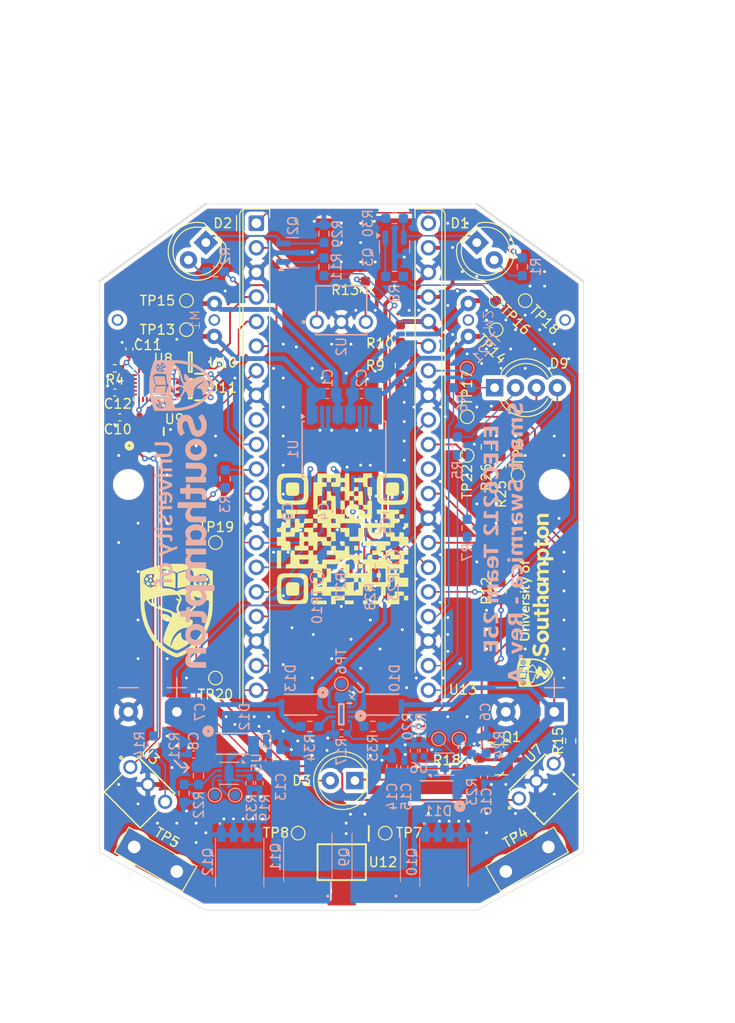
<source format=kicad_pcb>
(kicad_pcb (version 20241229) (generator "pcbnew") (generator_version "9.0")
  (title_block (title "Smart Formica Pico-based PCB"))
  (layers (0 "F.Cu" signal) (4 "In1.Cu" signal) (6 "In2.Cu" signal) (2 "B.Cu" signal) (13 "F.Paste" user) (15 "B.Paste" user) (5 "F.SilkS" user "F.Silkscreen") (7 "B.SilkS" user "B.Silkscreen") (1 "F.Mask" user) (3 "B.Mask" user) (25 "Edge.Cuts" user))
  (net 0 "")
  (net 1 "GND")
  (net 2 "GPIO20")
  (net 3 "I2C1_SDA")
  (net 4 "IR_DET_1")
  (net 5 "PWM2")
  (net 6 "GPIO21")
  (net 7 "GPIO19")
  (net 8 "ADC0")
  (net 9 "BIN2")
  (net 10 "ADC2")
  (net 11 "Net-(U13-ADC_VREF)")
  (net 12 "AIN2")
  (net 13 "GPIO16")
  (net 14 "V_PICO_IN")
  (net 15 "IR_D1")
  (net 16 "AIN1")
  (net 17 "PWM1")
  (net 18 "IR_DET_2")
  (net 19 "+3.3V")
  (net 20 "GPIO17")
  (net 21 "IR_DET_3")
  (net 23 "BIN1")
  (net 24 "IR_D3")
  (net 25 "IR_D2")
  (net 26 "I2C1_SCL")
  (net 27 "SDA_DIR")
  (net 28 "ADC1")
  (net 30 "GPIO22")
  (net 32 "GPIO18")
  (net 33 "/Motor Driver/M1-")
  (net 34 "/Motor Driver/M1+")
  (net 35 "/Motor Driver/M2+")
  (net 36 "/Motor Driver/M2-")
  (net 37 "V_DC")
  (net 38 "SUPERCAP_1")
  (net 39 "SUPERCAP_2")
  (net 40 "+1V8")
  (net 41 "Net-(U8-REGOUT)")
  (net 42 "Net-(D1-K)")
  (net 43 "Net-(D1-A)")
  (net 44 "Net-(D2-K)")
  (net 45 "Net-(D2-A)")
  (net 46 "Net-(D3-K)")
  (net 47 "Net-(D3-A)")
  (net 48 "STAT1")
  (net 49 "STAT2")
  (net 50 "N_PG1")
  (net 51 "N_PG2")
  (net 52 "/Power/IN1")
  (net 53 "/Power/IN2")
  (net 54 "Net-(Q1-B)")
  (net 55 "Net-(Q2-B)")
  (net 56 "Net-(Q3-B)")
  (net 57 "Net-(U5-ISET)")
  (net 58 "Net-(U6-ISET)")
  (net 59 "Net-(U5-~{FB})")
  (net 60 "Net-(U6-~{FB})")
  (net 61 "Net-(U4-ST)")
  (net 71 "IMU_SDA")
  (net 76 "IMU_SCL")
  (net 80 "Net-(D9-BK)")
  (net 81 "Net-(D9-RK)")
  (net 82 "Net-(D9-GK)")
  (net 83 "Net-(U2-VS)")
  (net 84 "Net-(U3-VS)")
  (net 85 "Net-(U7-VS)")
  (net 86 "Net-(U6-~{CE})")
  (net 87 "Net-(U5-~{CE})")
  (net 88 "Net-(U4-VIN1)")
  (net 89 "Net-(U4-VIN2)")
  (footprint "Resistor_SMD:R_0603_1608Metric_Pad0.98x0.95mm_HandSolder" (layer "F.Cu") (at 111.5 112 -90)
    (property "Reference" "R12")
    (property "Value" "330")
  )
  (footprint "MountingHole:MountingHole_2.7mm_M2.5_DIN965" (layer "F.Cu") (at 73 101)
    (property "Reference" "MH1" (hide yes))
    (property "Value" "MountingHole_2.7mm_M2.5_DIN965")
  )
  (footprint "LED_THT:LED_D5.0mm_IRGrey" (layer "F.Cu") (at 81 76 -135)
    (property "Reference" "D2")
    (property "Value" "IR333C")
  )
  (footprint "footprints:uos_logo_long18" (layer "F.Cu") (at 115 113 90)
    (property "Reference" "G***" (hide yes))
    (property "Value" "LOGO" (hide yes))
  )
  (footprint "footprints:uos_logo_11x11" (layer "F.Cu") (at 78 114)
    (property "Reference" "G***" (hide yes))
    (property "Value" "LOGO" (hide yes))
  )
  (footprint "MountingHole:MountingHole_2.7mm_M2.5_DIN965" (layer "F.Cu") (at 117 101)
    (property "Reference" "MH2" (hide yes))
    (property "Value" "MountingHole_2.7mm_M2.5_DIN965")
  )
  (footprint "Resistor_SMD:R_0603_1608Metric_Pad0.98x0.95mm_HandSolder" (layer "F.Cu") (at 109.99 97.1125 90)
    (property "Reference" "R25")
    (property "Value" "420k")
  )
  (footprint "Resistor_SMD:R_0402_1005Metric_Pad0.72x0.64mm_HandSolder" (layer "F.Cu") (at 71.6 89 180)
    (property "Reference" "R4")
    (property "Value" "10k DNP")
  )
  (footprint "OptoDevice:TSOP38238" (layer "F.Cu") (at 113.355421 133.447523 45)
    (property "Reference" "U7")
    (property "Value" "TSOP38238")
  )
  (footprint "TestPoint:TestPoint_Pad_D1.0mm" (layer "F.Cu") (at 113.25 100 -90)
    (property "Reference" "TP9")
    (property "Value" "SUPERCAP1")
  )
  (footprint "TestPoint:TestPoint_Pad_D1.0mm" (layer "F.Cu") (at 79 85 180)
    (property "Reference" "TP13")
    (property "Value" "M1+")
  )
  (footprint "footprints:SOT65P210X110-6N" (layer "F.Cu") (at 79.4 91.1 180)
    (property "Reference" "U11")
    (property "Value" "74LVC1T45DW-7" (hide yes))
  )
  (footprint "TestPoint:TestPoint_Pad_D1.0mm" (layer "F.Cu") (at 82 121)
    (property "Reference" "TP20")
    (property "Value" "PWM2")
  )
  (footprint "footprints:SOP400P650X145-4N" (layer "F.Cu") (at 95.04 140.031362 -90)
    (property "Reference" "U12")
    (property "Value" "TS360ILS_R1_00001" (hide yes))
  )
  (footprint "Module:mod_RaspberryPi_Pico_Common_THT" (layer "F.Cu") (at 86.22 74)
    (property "Reference" "U13")
    (property "Value" "RaspberryPi_Pico")
  )
  (footprint "footprints:DBV0005A_N" (layer "F.Cu") (at 75.1 95.5 90)
    (property "Reference" "U9")
    (property "Value" "TLV73318PDBVR")
  )
  (footprint "Capacitor_SMD:C_0402_1005Metric_Pad0.74x0.62mm_HandSolder" (layer "F.Cu") (at 72.1 94.0675 180)
    (property "Reference" "C10")
    (property "Value" "100n")
  )
  (footprint "TestPoint:TestPoint_Pad_D1.0mm" (layer "F.Cu") (at 111 82 180)
    (property "Reference" "TP16")
    (property "Value" "M2-")
  )
  (footprint "Capacitor_SMD:C_0402_1005Metric_Pad0.74x0.62mm_HandSolder" (layer "F.Cu") (at 73.1 87 90)
    (property "Reference" "C11")
    (property "Value" "100n")
  )
  (footprint "Resistor_SMD:R_0603_1608Metric_Pad0.98x0.95mm_HandSolder" (layer "F.Cu") (at 101.1 85.4 -90)
    (property "Reference" "R10")
    (property "Value" "R")
  )
  (footprint "LED_THT:LED_D5.0mm-4_RGB_Wide_Pins" (layer "F.Cu") (at 110.840999 91)
    (property "Reference" "D9")
    (property "Value" "LED_GBAR")
  )
  (footprint "Resistor_SMD:R_0603_1608Metric_Pad0.98x0.95mm_HandSolder" (layer "F.Cu") (at 118.7 127.5 90)
    (property "Reference" "R15")
    (property "Value" "110")
  )
  (footprint "Package_TO_SOT_SMD:SOT-23" (layer "F.Cu") (at 111.5375 129.45)
    (property "Reference" "Q1")
    (property "Value" "MMBT3906")
  )
  (footprint "Capacitor_SMD:C_0402_1005Metric_Pad0.74x0.62mm_HandSolder" (layer "F.Cu") (at 71.6 91.5 180)
    (property "Reference" "C12")
    (property "Value" "100n")
  )
  (footprint "Resistor_SMD:R_0603_1608Metric_Pad0.98x0.95mm_HandSolder" (layer "F.Cu") (at 101.1 88.7 -90)
    (property "Reference" "R9")
    (property "Value" "R")
  )
  (footprint "TestPoint:TestPoint_Pad_D1.0mm" (layer "F.Cu") (at 108 94)
    (property "Reference" "TP17")
    (property "Value" "3V3")
  )
  (footprint "TestPoint:TestPoint_Pad_D1.0mm" (layer "F.Cu") (at 99.54 137.031362)
    (property "Reference" "TP7")
    (property "Value" "DC")
  )
  (footprint "TestPoint:TestPoint_Pad_D1.0mm" (layer "F.Cu") (at 82 107)
    (property "Reference" "TP19")
    (property "Value" "PWM1")
  )
  (footprint "Resistor_SMD:R_0603_1608Metric_Pad0.98x0.95mm_HandSolder" (layer "F.Cu") (at 97.5 80.9125 90)
    (property "Reference" "R13")
    (property "Value" "110")
  )
  (footprint "TestPoint:TestPoint_Pad_D1.0mm" (layer "F.Cu") (at 114 82)
    (property "Reference" "TP18")
    (property "Value" "PICO_IN")
  )
  (footprint "LED_THT:LED_D5.0mm_IRGrey" (layer "F.Cu") (at 96.4 131.6 180)
    (property "Reference" "D3")
    (property "Value" "IR333C")
  )
  (footprint "OptoDevice:TSOP38238" (layer "F.Cu") (at 73.203949 130.203949 -45)
    (property "Reference" "U3")
    (property "Value" "TSOP38238")
  )
  (footprint "TestPoint:TestPoint_Bridge_Pitch5.08mm_Drill1.3mm" (layer "F.Cu") (at 73.600592 138.46 -30)
    (property "Reference" "TP5")
    (property "Value" "POWER IN -")
  )
  (footprint "LED_THT:LED_D5.0mm_IRGrey" (layer "F.Cu") (at 109 76 -45)
    (property "Reference" "D1")
    (property "Value" "IR333C")
  )
  (footprint "TestPoint:TestPoint_Bridge_Pitch5.08mm_Drill1.3mm" (layer "F.Cu") (at 112 141 30)
    (property "Reference" "TP4")
    (property "Value" "POWER IN +")
  )
  (footprint "footprints:qr_code14" (layer "F.Cu") (at 95 106.5)
    (property "Reference" "G***" (hide yes))
    (property "Value" "LOGO" (hide yes))
  )
  (footprint "TestPoint:TestPoint_Pad_D1.0mm" (layer "F.Cu") (at 90.54 137.031362)
    (property "Reference" "TP8")
    (property "Value" "GND")
  )
  (footprint "TestPoint:TestPoint_Pad_D1.0mm" (layer "F.Cu") (at 79 82 180)
    (property "Reference" "TP15")
    (property "Value" "M1-")
  )
  (footprint "TestPoint:TestPoint_Pad_D1.0mm" (layer "F.Cu") (at 111 85 180)
    (property "Reference" "TP14")
    (property "Value" "M2+")
  )
  (footprint "TestPoint:TestPoint_Pad_D1.0mm" (layer "F.Cu") (at 108 98 -90)
    (property "Reference" "TP22")
    (property "Value" "ADC0")
  )
  (footprint "Sensor_Motion:InvenSense_QFN-24_3x3mm_P0.4mm" (layer "F.Cu") (at 75.1 90.7 -90)
    (property "Reference" "U8")
    (property "Value" "ICM-20948")
  )
  (footprint "Resistor_SMD:R_0603_1608Metric_Pad0.98x0.95mm_HandSolder" (layer "F.Cu") (at 111.5 99 90)
    (property "Reference" "R26")
    (property "Value" "68k")
  )
  (footprint "Resistor_SMD:R_0603_1608Metric_Pad0.98x0.95mm_HandSolder" (layer "F.Cu") (at 108 129.45 90)
    (property "Reference" "R18")
    (property "Value" "0R")
  )
  (footprint "footprints:SOT65P210X110-6N" (layer "F.Cu") (at 79.4 88.35 180)
    (property "Reference" "U10")
    (property "Value" "74LVC1T45DW-7" (hide yes))
  )
  (footprint "Resistor_SMD:R_0402_1005Metric_Pad0.72x0.64mm_HandSolder" (layer "B.Cu") (at 85.5317 131.847499 90)
    (property "Reference" "R32")
    (property "Value" "10k")
  )
  (footprint "Capacitor_SMD:C_0805_2012Metric_Pad1.18x1.45mm_HandSolder" (layer "B.Cu") (at 99.6 103.2)
    (property "Reference" "C5")
    (property "Value" "22u 10V GRM21BZ71A226ME15L")
  )
  (footprint "Capacitor_SMD:C_0402_1005Metric_Pad0.74x0.62mm_HandSolder" (layer "B.Cu") (at 87.537501 129.4975 90)
    (property "Reference" "C3")
    (property "Value" "1u")
  )
  (footprint "Resistor_SMD:R_0402_1005Metric_Pad0.72x0.64mm_HandSolder" (layer "B.Cu") (at 102.511598 128.5 90)
    (property "Reference" "R20")
    (property "Value" "390")
  )
  (footprint "footprints:TPH11006NLLQ" (layer "B.Cu") (at 91.54 139.531362 180)
    (property "Reference" "Q11")
    (property "Value" "TPH11006NL,LQ" (hide yes))
  )
  (footprint "TestPoint:TestPoint_Pad_D1.0mm" (layer "B.Cu") (at 95 121.6 180)
    (property "Reference" "TP6")
    (property "Value" "TestPoint")
  )
  (footprint "Resistor_SMD:R_0603_1608Metric_Pad0.98x0.95mm_HandSolder" (layer "B.Cu") (at 108 105.5 -90)
    (property "Reference" "R7")
    (property "Value" "470")
  )
  (footprint "Capacitor_SMD:C_0603_1608Metric_Pad1.08x0.95mm_HandSolder" (layer "B.Cu") (at 88.7375 129.1975 90)
    (property "Reference" "C13")
    (property "Value" "DNP")
  )
  (footprint "Resistor_SMD:R_0603_1608Metric_Pad0.98x0.95mm_HandSolder" (layer "B.Cu") (at 75.6 127.9 90)
    (property "Reference" "R14")
    (property "Value" "110")
  )
  (footprint "OptoDevice:TSOP38238" (layer "B.Cu") (at 92.46 84.2)
    (property "Reference" "U2")
    (property "Value" "TSOP38238")
  )
  (footprint "Resistor_SMD:R_0603_1608Metric_Pad0.98x0.95mm_HandSolder" (layer "B.Cu") (at 113.7 78.5 -90)
    (property "Reference" "R1")
    (property "Value" "110")
  )
  (footprint "Resistor_SMD:R_0603_1608Metric_Pad0.98x0.95mm_HandSolder" (layer "B.Cu") (at 78.75 132.909999 90)
    (property "Reference" "R22")
    (property "Value" "150k")
  )
  (footprint "Resistor_SMD:R_0603_1608Metric_Pad0.98x0.95mm_HandSolder" (layer "B.Cu") (at 98.250001 126)
    (property "Reference" "R33")
    (property "Value" "0")
  )
  (footprint "Resistor_SMD:R_0603_1608Metric_Pad0.98x0.95mm_HandSolder" (layer "B.Cu") (at 83 100.4125 90)
    (property "Reference" "R3")
    (property "Value" "110")
  )
  (footprint "Capacitor_SMD:C_0402_1005Metric_Pad0.74x0.62mm_HandSolder" (layer "B.Cu") (at 109.75 131.25 -90)
    (property "Reference" "C16")
    (property "Value" "1u")
  )
  (footprint "TestPoint:TestPoint_Pad_D1.0mm" (layer "B.Cu") (at 107.155799 127.3)
    (property "Reference" "TP25" (hide yes))
    (property "Value" "N_PG2")
  )
  (footprint "Resistor_SMD:R_0603_1608Metric_Pad0.98x0.95mm_HandSolder" (layer "B.Cu") (at 80.237501 131.0975 -90)
    (property "Reference" "R21")
    (property "Value" "560k")
  )
  (footprint "Motors:mod_motor_v2_VZ6SC0B0060081" (layer "B.Cu") (at 81.875 82.3 -90)
    (property "Reference" "M1")
    (property "Value" "Motor_DC")
  )
  (footprint "footprints:CR_5817PL-TP_MCC-M" (layer "B.Cu") (at 83.737501 127.7975)
    (property "Reference" "D12")
    (property "Value" "DNP SM5817PL-TP")
  )
  (footprint "footprints:uos_logo_long32x7" (layer "B.Cu") (at 78.5 104 -90)
    (property "Reference" "G***" (hide yes))
    (property "Value" "LOGO" (hide yes))
  )
  (footprint "Resistor_SMD:R_0603_1608Metric_Pad0.98x0.95mm_HandSolder" (layer "B.Cu") (at 107 97 -90)
    (property "Reference" "R5")
    (property "Value" "470")
  )
  (footprint "Capacitor_SMD:C_0402_1005Metric_Pad0.74x0.62mm_HandSolder" (layer "B.Cu") (at 101.511598 130.200001 90)
    (property "Reference" "C15")
    (property "Value" "1u")
  )
  (footprint "Capacitor_SMD:C_0402_1005Metric_Pad0.74x0.62mm_HandSolder" (layer "B.Cu") (at 79.7375 128.8975 180)
    (property "Reference" "C8")
    (property "Value" "1u")
  )
  (footprint "Resistor_SMD:R_0603_1608Metric_Pad0.98x0.95mm_HandSolder" (layer "B.Cu") (at 98 109.5 -90)
    (property "Reference" "R28")
    (property "Value" "420k")
  )
  (footprint "footprints:TPH11006NLLQ" (layer "B.Cu") (at 105.605 140.05)
    (property "Reference" "Q10")
    (property "Value" "TPH11006NL,LQ" (hide yes))
  )
  (footprint "footprints:CR_5817PL-TP_MCC-M" (layer "B.Cu") (at 99.25 123.750001)
    (property "Reference" "D10")
    (property "Value" "DNP SM5817PL-TP")
  )
  (footprint "footprints:SOTFL50P160X60-8N" (layer "B.Cu") (at 95 124.75 180)
    (property "Reference" "U4")
    (property "Value" "LM66200DRLR" (hide yes))
  )
  (footprint "Package_SON:WSON-8-1EP_2x2mm_P0.5mm_EP0.9x1.6mm" (layer "B.Cu") (at 83.387501 130.847501 180)
    (property "Reference" "U5")
    (property "Value" "BQ25173DSG")
  )
  (footprint "Capacitor_THT:100f_CPhorizontal_Radial_D10.0mm_P5.00mm" (layer "B.Cu") (at 78 124.5 180)
    (property "Reference" "C7")
    (property "Value" "100F")
  )
  (footprint "Resistor_SMD:R_0603_1608Metric_Pad0.98x0.95mm_HandSolder" (layer "B.Cu") (at 82 79 180)
    (property "Reference" "R2")
    (property "Value" "110")
  )
  (footprint "Resistor_SMD:R_0603_1608Metric_Pad0.98x0.95mm_HandSolder" (layer "B.Cu") (at 107.5 91 180)
    (property "Reference" "R6")
    (property "Value" "470")
  )
  (footprint "Capacitor_SMD:C_0603_1608Metric_Pad1.08x0.95mm_HandSolder" (layer "B.Cu") (at 90.9 103.8 -90)
    (property "Reference" "C9")
    (property "Value" "100n")
  )
  (footprint "Resistor_SMD:R_0603_1608Metric_Pad0.98x0.95mm_HandSolder" (layer "B.Cu") (at 93.2 78.5125 90)
    (property "Reference" "R11")
    (property "Value" "330")
  )
  (footprint "footprints:CR_5817PL-TP_MCC-M" (layer "B.Cu") (at 104.855799 132.7 180)
    (property "Reference" "D11")
    (property "Value" "DNP SM5817PL-TP")
  )
  (footprint "Resistor_SMD:R_0603_1608Metric_Pad0.98x0.95mm_HandSolder" (layer "B.Cu") (at 95 109.3)
    (property "Reference" "R27")
    (property "Value" "68k")
  )
  (footprint "Resistor_SMD:R_0603_1608Metric_Pad0.98x0.95mm_HandSolder" (layer "B.Cu") (at 93.2 75.0875 90)
    (property "Reference" "R29")
    (property "Value" "0R")
  )
  (footprint "Resistor_SMD:R_0603_1608Metric_Pad0.98x0.95mm_HandSolder" (layer "B.Cu") (at 109.961598 127.874999 -90)
    (property "Reference" "R24")
    (property "Value" "150k")
  )
  (footprint "Motors:mod_motor_v2_VZ6SC0B0060081" (layer "B.Cu") (at 108.125 85.7 90)
    (property "Reference" "M2")
    (property "Value" "Motor_DC")
  )
  (footprint "Capacitor_SMD:C_0603_1608Metric_Pad1.08x0.95mm_HandSolder" (layer "B.Cu") (at 93.575 91.6)
    (property "Reference" "C1")
    (property "Value" "100n")
  )
  (footprint "Package_TO_SOT_SMD:SOT-23" (layer "B.Cu") (at 100.5 76.4375 -90)
    (property "Reference" "Q3")
    (property "Value" "MMBT3906")
  )
  (footprint "Capacitor_THT:100f_CPhorizontal_Radial_D10.0mm_P5.00mm" (layer "B.Cu") (at 117 124.5 180)
    (property "Reference" "C6")
    (property "Value" "100F")
  )
  (footprint "Package_TO_SOT_SMD:SOT-23" (layer "B.Cu") (at 89.9375 77.05)
    (property "Reference" "Q2")
    (property "Value" "MMBT3906")
  )
  (footprint "TestPoint:TestPoint_Pad_D1.0mm" (layer "B.Cu") (at 105.055799 127.3)
    (property "Reference" "TP12" (hide yes))
    (property "Value" "STAT2")
  )
  (footprint "Resistor_SMD:R_0603_1608Metric_Pad0.98x0.95mm_HandSolder" (layer "B.Cu") (at 108.455799 129.8 90)
    (property "Reference" "R23")
    (property "Value" "560k")
  )
  (footprint "footprints:TPH11006NLLQ" (layer "B.Cu") (at 98.605 139.531361 180)
    (property "Reference" "Q9")
    (property "Value" "TPH11006NL,LQ" (hide yes))
  )
  (footprint "Capacitor_SMD:C_0603_1608Metric_Pad1.08x0.95mm_HandSolder" (layer "B.Cu") (at 94.6 103.8 -90)
    (property "Reference" "C4")
    (property "Value" "100n")
  )
  (footprint "Package_SO:SSOP-24_5.3x8.2mm_P0.65mm" (layer "B.Cu") (at 95.275 97.35 -90)
    (property "Reference" "U1")
    (property "Value" "TB6612FNG")
  )
  (footprint "TestPoint:TestPoint_Pad_D1.0mm" (layer "B.Cu") (at 100.4 108.5 -90)
    (property "Reference" "TP23")
    (property "Value" "ADC1")
  )
  (footprint "footprints:CR_5817PL-TP_MCC-M" (layer "B.Cu") (at 90.794201 123.75 180)
    (property "Reference" "D13")
    (property "Value" "DNP SM5817PL-TP")
  )
  (footprint "Resistor_SMD:R_0603_1608Metric_Pad0.98x0.95mm_HandSolder" (layer "B.Cu") (at 100.5 73.5 180)
    (property "Reference" "R30")
    (property "Value" "0R")
  )
  (footprint "Resistor_SMD:R_0402_1005Metric_Pad0.72x0.64mm_HandSolder" (layer "B.Cu") (at 103.5116 128.5 -90)
    (property "Reference" "R31")
    (property "Value" "10k")
  )
  (footprint "Capacitor_SMD:C_0603_1608Metric_Pad1.08x0.95mm_HandSolder" (layer "B.Cu") (at 97.075 91.6 180)
    (property "Reference" "C2")
    (property "Value" "100n")
  )
  (footprint "Resistor_SMD:R_0603_1608Metric_Pad0.98x0.95mm_HandSolder" (layer "B.Cu") (at 91.749999 125.999999)
    (property "Reference" "R34")
    (property "Value" "0")
  )
  (footprint "Capacitor_SMD:C_0603_1608Metric_Pad1.08x0.95mm_HandSolder" (layer "B.Cu") (at 100.211598 130.1 90)
    (property "Reference" "C14")
    (property "Value" "DNP")
  )
  (footprint "TestPoint:TestPoint_Pad_D1.0mm" (layer "B.Cu") (at 108 89 180)
    (property "Reference" "TP21")
    (property "Value" "ADC2")
  )
  (footprint "Resistor_SMD:R_0402_1005Metric_Pad0.72x0.64mm_HandSolder" (layer "B.Cu") (at 95 126.7)
    (property "Reference" "R17")
    (property "Value" "10k")
  )
  (footprint "Resistor_SMD:R_0402_1005Metric_Pad0.72x0.64mm_HandSolder" (layer "B.Cu") (at 86.531701 131.8475 -90)
    (property "Reference" "R19")
    (property "Value" "390")
  )
  (footprint "Package_SON:WSON-8-1EP_2x2mm_P0.5mm_EP0.9x1.6mm" (layer "B.Cu") (at 105.661598 129.9)
    (property "Reference" "U6")
    (property "Value" "BQ25173DSG")
  )
  (footprint "Resistor_SMD:R_0603_1608Metric_Pad0.98x0.95mm_HandSolder" (layer "B.Cu") (at 100.5 79.5 180)
    (property "Reference" "R8")
    (property "Value" "330")
  )
  (footprint "TestPoint:TestPoint_Pad_D1.0mm" (layer "B.Cu") (at 81.937501 133.0975 180)
    (property "Reference" "TP24" (hide yes))
    (property "Value" "N_PG1")
  )
  (footprint "TestPoint:TestPoint_Pad_D1.0mm" (layer "B.Cu") (at 92.5 110.6 -90)
    (property "Reference" "TP10")
    (property "Value" "SUPERCAP2")
  )
  (footprint "footprints:TPH11006NLLQ" (layer "B.Cu") (at 84.495 140.05)
    (property "Reference" "Q12")
    (property "Value" "TPH11006NL,LQ" (hide yes))
  )
  (footprint "TestPoint:TestPoint_Pad_D1.0mm" (layer "B.Cu") (at 84.037501 133.0975 180)
    (property "Reference" "TP11" (hide yes))
    (property "Value" "STAT1")
  )
  (gr_circle (center 97 124.9) (end 96.9 124.9) (stroke (width 0.5)) (fill no) (layer "B.SilkS"))
  (gr_circle (center 93.1 122.5) (end 93 122.5) (stroke (width 0.5)) (fill no) (layer "B.SilkS"))
  (gr_line (start 79.25 130.25) (end 78.75 130.75) (stroke (width 0.2)) (layer "B.SilkS"))
  (gr_line (start 78.5 130.25) (end 79.25 130.25) (stroke (width 0.2)) (layer "B.SilkS"))
  (gr_circle (center 107.25 134.25) (end 107.35 134.25) (stroke (width 0.5)) (fill no) (layer "B.SilkS"))
  (gr_line (start 77.75 129.5) (end 78.5 130.25) (stroke (width 0.2)) (layer "B.SilkS"))
  (gr_line (start 79.25 130.25) (end 78.75 129.75) (stroke (width 0.2)) (layer "B.SilkS"))
  (gr_circle (center 81.25 126.5) (end 81.35 126.5) (stroke (width 0.5)) (fill no) (layer "B.SilkS"))
  (gr_line (start 70 139) (end 70 80) (stroke (width 0.05)) (layer "Edge.Cuts"))
  (gr_line (start 109 145) (end 81 145) (stroke (width 0.05)) (layer "Edge.Cuts"))
  (gr_line (start 81 72) (end 109 72) (stroke (width 0.05)) (layer "Edge.Cuts"))
  (gr_line (start 120 80) (end 120 139) (stroke (width 0.05)) (layer "Edge.Cuts"))
  (gr_line (start 120 80) (end 109 72) (stroke (width 0.2)) (layer "Edge.Cuts"))
  (gr_line (start 81 145) (end 70 139) (stroke (width 0.05)) (layer "Edge.Cuts"))
  (gr_line (start 109 145) (end 120 139) (stroke (width 0.05)) (layer "Edge.Cuts"))
  (gr_line (start 81 72) (end 70 80) (stroke (width 0.2)) (layer "Edge.Cuts"))
  (gr_text "ELEC6212 Team 25E \nSmart Swarmica - Rev. A" (at 114 107 90) (layer "B.SilkS") (effects (font (size 1.5 1.5) (thickness 0.3) (bold yes)) (justify bottom mirror)))
  (segment (start 75.1 96.125001) (end 75.907501 95.3175) (width 0.25) (layer "F.Cu") (net 1))
  (segment (start 109.99 96.2) (end 110.8 96.2) (width 0.2) (layer "F.Cu") (net 1))
  (segment (start 110.8 96.2) (end 111 96) (width 0.2) (layer "F.Cu") (net 1))
  (segment (start 113.95 129.45) (end 115.151472 130.651472) (width 0.2) (layer "F.Cu") (net 1))
  (segment (start 75.1 96.875001) (end 75.1 96.125001) (width 0.25) (layer "F.Cu") (net 1))
  (segment (start 71.5325 94.75) (end 71.6 94.817501) (width 0.25) (layer "F.Cu") (net 1))
  (segment (start 75.907501 95.3175) (end 77.35 95.3175) (width 0.25) (layer "F.Cu") (net 1))
  (segment (start 76.93742 91.3) (end 77.151 91.51358) (width 0.15) (layer "F.Cu") (net 1))
  (segment (start 73.1 86.4325) (end 72.465 86.4325) (width 0.2) (layer "F.Cu") (net 1))
  (segment (start 101.6 90.1125) (end 101.6 90.7) (width 0.2) (layer "F.Cu") (net 1))
  (segment (start 71.002501 89.665) (end 70.85 89.8175) (width 0.2) (layer "F.Cu") (net 1))
  (segment (start 71.002501 89) (end 71.002501 89.665) (width 0.2) (layer "F.Cu") (net 1))
  (segment (start 76.1 92.3175) (end 76.6 92.8175) (width 0.15) (layer "F.Cu") (net 1))
  (segment (start 81.3675 88.35) (end 80.4 88.35) (width 0.25) (layer "F.Cu") (net 1))
  (segment (start 115.151472 130.651472) (end 115.151472 131.651472) (width 0.2) (layer "F.Cu") (net 1))
  (segment (start 77.151 92.2665) (end 76.6 92.8175) (width 0.15) (layer "F.Cu") (net 1))
  (segment (start 112.475001 129.45) (end 113.95 129.45) (width 0.2) (layer "F.Cu") (net 1))
  (segment (start 76.1 92.2) (end 76.1 92.3175) (width 0.15) (layer "F.Cu") (net 1))
  (segment (start 81.4 88.3175) (end 81.3675 88.35) (width 0.25) (layer "F.Cu") (net 1))
  (segment (start 101.1 89.6125) (end 101.6 90.1125) (width 0.2) (layer "F.Cu") (net 1))
  (segment (start 76.6 91.3) (end 76.93742 91.3) (width 0.15) (layer "F.Cu") (net 1))
  (segment (start 71.5325 94.0675) (end 71.5325 94.75) (width 0.25) (layer "F.Cu") (net 1))
  (segment (start 81.3675 91.100001) (end 81.4 91.0675) (width 0.25) (layer "F.Cu") (net 1))
  (segment (start 108.7375 127.8) (end 108 128.5375) (width 0.2) (layer "F.Cu") (net 1))
  (segment (start 70.85 91.3175) (end 71.0325 91.5) (width 0.2) (layer "F.Cu") (net 1))
  (segment (start 70.85 90.8175) (end 70.85 91.3175) (width 0.2) (layer "F.Cu") (net 1))
  (segment (start 80.4 91.100001) (end 81.3675 91.100001) (width 0.25) (layer "F.Cu") (net 1))
  (segment (start 72.465 86.4325) (end 72.35 86.3175) (width 0.2) (layer "F.Cu") (net 1))
  (segment (start 72.18397 90.5) (end 72.050735 90.366765) (width 0.15) (layer "F.Cu") (net 1))
  (segment (start 73.6 90.500001) (end 72.18397 90.5) (width 0.15) (layer "F.Cu") (net 1))
  (segment (start 77.151 91.51358) (end 77.151 92.2665) (width 0.15) (layer "F.Cu") (net 1))
  (via (at 114 118) (size 0.6) (drill 0.3) (layers "F.Cu" "B.Cu") (net 1))
  (via (at 108.7375 127.8) (size 0.6) (drill 0.3) (layers "F.Cu" "B.Cu") (net 1))
  (via (at 93.526779 128.480798) (size 0.6) (drill 0.3) (layers "F.Cu" "B.Cu") (net 1))
  (via (at 110 84) (size 0.6) (drill 0.3) (layers "F.Cu" "B.Cu") (net 1))
  (via (at 114 83.5) (size 0.6) (drill 0.3) (layers "F.Cu" "B.Cu") (net 1))
  (via (at 114 106) (size 0.6) (drill 0.3) (layers "F.Cu" "B.Cu") (net 1))
  (via (at 108.746168 96.838442) (size 0.6) (drill 0.3) (layers "F.Cu" "B.Cu") (net 1))
  (via (at 105.223092 100.690373) (size 0.6) (drill 0.3) (layers "F.Cu" "B.Cu") (net 1))
  (via (at 98 115) (size 0.6) (drill 0.3) (layers "F.Cu" "B.Cu") (net 1))
  (via (at 74 115) (size 0.6) (drill 0.3) (layers "F.Cu" "B.Cu") (net 1))
  (via (at 115.5 85) (size 0.6) (drill 0.3) (layers "F.Cu" "B.Cu") (net 1))
  (via (at 95 113.6) (size 0.6) (drill 0.3) (layers "F.Cu" "B.Cu") (net 1))
  (via (at 116 115) (size 0.6) (drill 0.3) (layers "F.Cu" "B.Cu") (net 1))
  (via (at 96.25 122.5) (size 0.5) (drill 0.3) (layers "F.Cu" "B.Cu") (net 1))
  (via (at 118 115) (size 0.6) (drill 0.3) (layers "F.Cu" "B.Cu") (net 1))
  (via (at 89.9 115.8) (size 0.6) (drill 0.3) (layers "F.Cu" "B.Cu") (net 1))
  (via (at 70.85 89.8175) (size 0.6) (drill 0.3) (layers "F.Cu" "B.Cu") (net 1))
  (via (at 101.5 105.5) (size 0.6) (drill 0.3) (layers "F.Cu" "B.Cu") (net 1))
  (via (at 109 79.5) (size 0.6) (drill 0.3) (layers "F.Cu" "B.Cu") (net 1))
  (via (at 92 127.5) (size 0.6) (drill 0.3) (layers "F.Cu" "B.Cu") (net 1))
  (via (at 114 114) (size 0.6) (drill 0.3) (layers "F.Cu" "B.Cu") (net 1))
  (via (at 79 134.75) (size 0.6) (drill 0.3) (layers "F.Cu" "B.Cu") (net 1))
  (via (at 107 81) (size 0.6) (drill 0.3) (layers "F.Cu" "B.Cu") (net 1))
  (via (at 117 96) (size 0.6) (drill 0.3) (layers "F.Cu" "B.Cu") (net 1))
  (via (at 116 79) (size 0.6) (drill 0.3) (layers "F.Cu" "B.Cu") (net 1))
  (via (at 111 105) (size 0.6) (drill 0.3) (layers "F.Cu" "B.Cu") (net 1))
  (via (at 110 116) (size 0.6) (drill 0.3) (layers "F.Cu" "B.Cu") (net 1))
  (via (at 76 86) (size 0.6) (drill 0.3) (layers "F.Cu" "B.Cu") (net 1))
  (via (at 96.6 95.4) (size 0.6) (drill 0.3) (layers "F.Cu" "B.Cu") (net 1))
  (via (at 116 121) (size 0.6) (drill 0.3) (layers "F.Cu" "B.Cu") (net 1))
  (via (at 111 96) (size 0.6) (drill 0.3) (layers "F.Cu" "B.Cu") (net 1))
  (via (at 86.858639 135.555) (size 0.6) (drill 0.3) (layers "F.Cu" "B.Cu") (net 1))
  (via (at 110 87) (size 0.6) (drill 0.3) (layers "F.Cu" "B.Cu") (net 1))
  (via (at 94 119) (size 0.6) (drill 0.3) (layers "F.Cu" "B.Cu") (net 1))
  (via (at 100.9 104.723064) (size 0.6) (drill 0.3) (layers "F.Cu" "B.Cu") (net 1))
  (via (at 112 132) (size 0.6) (drill 0.3) (layers "F.Cu" "B.Cu") (net 1))
  (via (at 84 90) (size 0.6) (drill 0.3) (layers "F.Cu" "B.Cu") (net 1))
  (via (at 97 76) (size 0.6) (drill 0.3) (layers "F.Cu" "B.Cu") (net 1))
  (via (at 74 119) (size 0.6) (drill 0.3) (layers "F.Cu" "B.Cu") (net 1))
  (via (at 116 80.5) (size 0.6) (drill 0.3) (layers "F.Cu" "B.Cu") (net 1))
  (via (at 103 125) (size 0.6) (drill 0.3) (layers "F.Cu" "B.Cu") (net 1))
  (via (at 95.5 89.5) (size 0.6) (drill 0.3) (layers "F.Cu" "B.Cu") (net 1))
  (via (at 98.503789 107.255811) (size 0.6) (drill 0.3) (layers "F.Cu" "B.Cu") (net 1))
  (via (at 89 93) (size 0.6) (drill 0.3) (layers "F.Cu" "B.Cu") (net 1))
  (via (at 97 74) (size 0.6) (drill 0.3) (layers "F.Cu" "B.Cu") (net 1))
  (via (at 80 136) (size 0.6) (drill 0.3) (layers "F.Cu" "B.Cu") (net 1))
  (via (at 105.75 94) (size 0.6) (drill 0.3) (layers "F.Cu" "B.Cu") (net 1))
  (via (at 114 116) (size 0.6) (drill 0.3) (layers "F.Cu" "B.Cu") (net 1))
  (via (at 112.5 87) (size 0.6) (drill 0.3) (layers "F.Cu" "B.Cu") (net 1))
  (via (at 89 112.5) (size 0.6) (drill 0.3) (layers "F.Cu" "B.Cu") (net 1))
  (via (at 95.6 99.2) (size 0.6) (drill 0.3) (layers "F.Cu" "B.Cu") (net 1))
  (via (at 98 113) (size 0.6) (drill 0.3) (layers "F.Cu" "B.Cu") (net 1))
  (via (at 82 98) (size 0.6) (drill 0.3) (layers "F.Cu" "B.Cu") (net 1))
  (via (at 89 90) (size 0.6) (drill 0.3) (layers "F.Cu" "B.Cu") (net 1))
  (via (at 104 135) (size 0.6) (drill 0.3) (layers "F.Cu" "B.Cu") (net 1))
  (via (at 118 108) (size 0.6) (drill 0.3) (layers "F.Cu" "B.Cu") (net 1))
  (via (at 79 121) (size 0.6) (drill 0.3) (layers "F.Cu" "B.Cu") (net 1))
  (via (at 77 119) (size 0.6) (drill 0.3) (layers "F.Cu" "B.Cu") (net 1))
  (via (at 109 109) (size 0.6) (drill 0.3) (layers "F.Cu" "B.Cu") (net 1))
  (via (at 83.1 125) (size 0.6) (drill 0.3) (layers "F.Cu" "B.Cu") (net 1))
  (via (at 109.5 88.5) (size 0.6) (drill 0.3) (layers "F.Cu" "B.Cu") (net 1))
  (via (at 105.136361 135.795) (size 0.6) (drill 0.3) (layers "F.Cu" "B.Cu") (net 1))
  (via (at 106 116.5) (size 0.6) (drill 0.3) (layers "F.Cu" "B.Cu") (net 1))
  (via (at 97 120) (size 0.6) (drill 0.3) (layers "F.Cu" "B.Cu") (net 1))
  (via (at 99.7 128) (size 0.6) (drill 0.3) (layers "F.Cu" "B.Cu") (net 1))
  (via (at 118.5 88) (size 0.6) (drill 0.3) (layers "F.Cu" "B.Cu") (net 1))
  (via (at 111.5 89) (size 0.6) (drill 0.3) (layers "F.Cu" "B.Cu") (net 1))
  (via (at 98.5 78) (size 0.6) (drill 0.3) (layers "F.Cu" "B.Cu") (net 1))
  (via (at 108 125) (size 0.6) (drill 0.3) (layers "F.Cu" "B.Cu") (net 1))
  (via (at 101.5 77.5) (size 0.6) (drill 0.3) (layers "F.Cu" "B.Cu") (net 1))
  (via (at 107.5 79) (size 0.6) (drill 0.3) (layers "F.Cu" "B.Cu") (net 1))
  (via (at 80 138) (size 0.6) (drill 0.3) (layers "F.Cu" "B.Cu") (net 1))
  (via (at 102.75 110.75) (size 0.6) (drill 0.3) (layers "F.Cu" "B.Cu") (net 1))
  (via (at 108.136361 135.795) (size 0.6) (drill 0.3) (layers "F.Cu" "B.Cu") (net 1))
  (via (at 105.25 93) (size 0.6) (drill 0.3) (layers "F.Cu" "B.Cu") (net 1))
  (via (at 81.4 91.0675) (size 0.6) (drill 0.3) (layers "F.Cu" "B.Cu") (net 1))
  (via (at 87.64982 127.47107) (size 0.6) (drill 0.3) (layers "F.Cu" "B.Cu") (net 1))
  (via (at 86.7 133.3) (size 0.6) (drill 0.3) (layers "F.Cu" "B.Cu") (net 1))
  (via (at 83 81) (size 0.6) (drill 0.3) (layers "F.Cu" "B.Cu") (net 1))
  (via (at 89.5 108) (size 0.6) (drill 0.3) (layers "F.Cu" "B.Cu") (net 1))
  (via (at 72 132) (size 0.6) (drill 0.3) (layers "F.Cu" "B.Cu") (net 1))
  (via (at 101.3 116) (size 0.6) (drill 0.3) (layers "F.Cu" "B.Cu") (net 1))
  (via (at 96 86.5) (size 0.6) (drill 0.3) (layers "F.Cu" "B.Cu") (net 1))
  (via (at 81 137) (size 0.6) (drill 0.3) (layers "F.Cu" "B.Cu") (net 1))
  (via (at 71.6 94.817501) (size 0.6) (drill 0.3) (layers "F.Cu" "B.Cu") (net 1))
  (via (at 101.6 127.9) (size 0.6) (drill 0.3) (layers "F.Cu" "B.Cu") (net 1))
  (via (at 91 110.5) (size 0.6) (drill 0.3) (layers "F.Cu" "B.Cu") (net 1))
  (via (at 100.5 80.5) (size 0.6) (drill 0.3) (layers "F.Cu" "B.Cu") (net 1))
  (via (at 98.4 73.8) (size 0.6) (drill 0.3) (layers "F.Cu" "B.Cu") (net 1))
  (via (at 92 121) (size 0.6) (drill 0.3) (layers "F.Cu" "B.Cu") (net 1))
  (via (at 117.5 104.5) (size 0.6) (drill 0.3) (layers "F.Cu" "B.Cu") (net 1))
  (via (at 105.196142 113.180773) (size 0.6) (drill 0.3) (layers "F.Cu" "B.Cu") (net 1))
  (via (at 89.837501 128.3975) (size 0.6) (drill 0.3) (layers "F.Cu" "B.Cu") (net 1))
  (via (at 102.5 93) (size 0.6) (drill 0.3) (layers "F.Cu" "B.Cu") (net 1))
  (via (at 112.5 75.7) (size 0.6) (drill 0.3) (layers "F.Cu" "B.Cu") (net 1))
  (via (at 101.5 96.5) (size 0.6) (drill 0.3) (layers "F.Cu" "B.Cu") (net 1))
  (via (at 101.75 122) (size 0.6) (drill 0.3) (layers "F.Cu" "B.Cu") (net 1))
  (via (at 101.6 90.7) (size 0.6) (drill 0.3) (layers "F.Cu" "B.Cu") (net 1))
  (via (at 95 78) (size 0.6) (drill 0.3) (layers "F.Cu" "B.Cu") (net 1))
  (via (at 116 117) (size 0.6) (drill 0.3) (layers "F.Cu" "B.Cu") (net 1))
  (via (at 78 136) (size 0.6) (drill 0.3) (layers "F.Cu" "B.Cu") (net 1))
  (via (at 95 74) (size 0.6) (drill 0.3) (layers "F.Cu" "B.Cu") (net 1))
  (via (at 116.5 89) (size 0.6) (drill 0.3) (layers "F.Cu" "B.Cu") (net 1))
  (via (at 113 137) (size 0.6) (drill 0.3) (layers "F.Cu" "B.Cu") (net 1))
  (via (at 81.4 88.3175) (size 0.6) (drill 0.3) (layers "F.Cu" "B.Cu") (net 1))
  (via (at 98 99) (size 0.6) (drill 0.3) (layers "F.Cu" "B.Cu") (net 1))
  (via (at 94 86.5) (size 0.6) (drill 0.3) (layers "F.Cu" "B.Cu") (net 1))
  (via (at 110.5 92.9) (size 0.6) (drill 0.3) (layers "F.Cu" "B.Cu") (net 1))
  (via (at 77 127) (size 0.6) (drill 0.3) (layers "F.Cu" "B.Cu") (net 1))
  (via (at 89 96) (size 0.6) (drill 0.3) (layers "F.Cu" "B.Cu") (net 1))
  (via (at 114 120) (size 0.6) (drill 0.3) (layers "F.Cu" "B.Cu") (net 1))
  (via (at 115 135) (size 0.6) (drill 0.3) (layers "F.Cu" "B.Cu") (net 1))
  (via (at 86.5 126) (size 0.6) (drill 0.3) (layers "F.Cu" "B.Cu") (net 1))
  (via (at 111 103) (size 0.6) (drill 0.3) (layers "F.Cu" "B.Cu") (net 1))
  (via (at 74 134) (size 0.6) (drill 0.3) (layers "F.Cu" "B.Cu") (net 1))
  (via (at 92.8 95.4) (size 0.6) (drill 0.3) (layers "F.Cu" "B.Cu") (net 1))
  (via (at 90.5 127.5) (size 0.6) (drill 0.3) (layers "F.Cu" "B.Cu") (net 1))
  (via (at 98 129) (size 0.6) (drill 0.3) (layers "F.Cu" "B.Cu") (net 1))
  (via (at 102.6 127) (size 0.6) (drill 0.3) (layers "F.Cu" "B.Cu") (net 1))
  (via (at 93 90) (size 0.6) (drill 0.3) (layers "F.Cu" "B.Cu") (net 1))
  (via (at 85.4 133.3) (size 0.6) (drill 0.3) (layers "F.Cu" "B.Cu") (net 1))
  (via (at 116 109) (size 0.6) (drill 0.3) (layers "F.Cu" "B.Cu") (net 1))
  (via (at 117 86.5) (size 0.6) (drill 0.3) (layers "F.Cu" "B.Cu") (net 1))
  (via (at 88 89) (size 0.6) (drill 0.3) (layers "F.Cu" "B.Cu") (net 1))
  (via (at 74 86) (size 0.6) (drill 0.3) (layers "F.Cu" "B.Cu") (net 1))
  (via (at 118 121) (size 0.6) (drill 0.3) (layers "F.Cu" "B.Cu") (net 1))
  (via (at 98 95.4) (size 0.6) (drill 0.3) (layers "F.Cu" "B.Cu") (net 1))
  (via (at 92.5 109) (size 0.6) (drill 0.3) (layers "F.Cu" "B.Cu") (net 1))
  (via (at 110 114) (size 0.6) (drill 0.3) (layers "F.Cu" "B.Cu") (net 1))
  (via (at 114 98) (size 0.6) (drill 0.3) (layers "F.Cu" "B.Cu") (net 1))
  (via (at 92.2 73.8) (size 0.6) (drill 0.3) (layers "F.Cu" "B.Cu") (net 1))
  (via (at 99.2 129.5) (size 0.6) (drill 0.3) (layers "F.Cu" "B.Cu") (net 1))
  (via (at 92.1 116.5) (size 0.6) (drill 0.3) (layers "F.Cu" "B.Cu") (net 1))
  (via (at 102 125) (size 0.6) (drill 0.3) (layers "F.Cu" "B.Cu") (net 1))
  (via (at 89 86.5) (size 0.6) (drill 0.3) (layers "F.Cu" "B.Cu") (net 1))
  (via (at 92 77) (size 0.6) (drill 0.3) (layers "F.Cu" "B.Cu") (net 1))
  (via (at 116 113) (size 0.6) (drill 0.3) (layers "F.Cu" "B.Cu") (net 1))
  (via (at 94.6 105.684616) (size 0.6) (drill 0.3) (layers "F.Cu" "B.Cu") (net 1))
  (via (at 77 105) (size 0.6) (drill 0.3) (layers "F.Cu" "B.Cu") (net 1))
  (via (at 102.75 121) (size 0.6) (drill 0.3) (layers "F.Cu" "B.Cu") (net 1))
  (via (at 90.8 105.7) (size 0.6) (drill 0.3) (layers "F.Cu" "B.Cu") (net 1))
  (via (at 94 95.4) (size 0.6) (drill 0.3) (layers "F.Cu" "B.Cu") (net 1))
  (via (at 98 86.5) (size 0.6) (drill 0.3) (layers "F.Cu" "B.Cu") (net 1))
  (via (at 113 105) (size 0.6) (drill 0.3) (layers "F.Cu" "B.Cu") (net 1))
  (via (at 90.346105 86.784599) (size 0.6) (drill 0.3) (layers "F.Cu" "B.Cu") (net 1))
  (via (at 109 93) (size 0.6) (drill 0.3) (layers "F.Cu" "B.Cu") (net 1))
  (via (at 114.5 80.5) (size 0.6) (drill 0.3) (layers "F.Cu" "B.Cu") (net 1))
  (via (at 84 125.8) (size 0.6) (drill 0.3) (layers "F.Cu" "B.Cu") (net 1))
  (via (at 87.5 126.5) (size 0.6) (drill 0.3) (layers "F.Cu" "B.Cu") (net 1))
  (via (at 92 129) (size 0.6) (drill 0.3) (layers "F.Cu" "B.Cu") (net 1))
  (via (at 101.399977 101.800011) (size 0.6) (drill 0.3) (layers "F.Cu" "B.Cu") (net 1))
  (via (at 85.858639 135.555) (size 0.6) (drill 0.3) (layers "F.Cu" "B.Cu") (net 1))
  (via (at 70.85 90.8175) (size 0.6) (drill 0.3) (layers "F.Cu" "B.Cu") (net 1))
  (via (at 116 111) (size 0.6) (drill 0.3) (layers "F.Cu" "B.Cu") (net 1))
  (via (at 106 114.75) (size 0.6) (drill 0.3) (layers "F.Cu" "B.Cu") (net 1))
  (via (at 117 133) (size 0.6) (drill 0.3) (layers "F.Cu" "B.Cu") (net 1))
  (via (at 103.5 127) (size 0.6) (drill 0.3) (layers "F.Cu" "B.Cu") (net 1))
  (via (at 77 115) (size 0.6) (drill 0.3) (layers "F.Cu" "B.Cu") (net 1))
  (via (at 72.35 86.3175) (size 0.6) (drill 0.3) (layers "F.Cu" "B.Cu") (net 1))
  (via (at 106 125) (size 0.6) (drill 0.3) (layers "F.Cu" "B.Cu") (net 1))
  (via (at 96.5 83) (size 0.6) (drill 0.3) (layers "F.Cu" "B.Cu") (net 1))
  (via (at 110 118) (size 0.6) (drill 0.3) (layers "F.Cu" "B.Cu") (net 1))
  (via (at 72 98) (size 0.6) (drill 0.3) (layers "F.Cu" "B.Cu") (net 1))
  (via (at 98.480696 111.492319) (size 0.6) (drill 0.3) (layers "F.Cu" "B.Cu") (net 1))
  (via (at 94 108) (size 0.6) (drill 0.3) (layers "F.Cu" "B.Cu") (net 1))
  (via (at 78 128) (size 0.6) (drill 0.3) (layers "F.Cu" "B.Cu") (net 1))
  (via (at 101.5 92.5) (size 0.6) (drill 0.3) (layers "F.Cu" "B.Cu") (net 1))
  (via (at 113 135) (size 0.6) (drill 0.3) (layers "F.Cu" "B.Cu") (net 1))
  (via (at 89 126.5) (size 0.6) (drill 0.3) (layers "F.Cu" "B.Cu") (net 1))
  (via (at 116 119) (size 0.6) (drill 0.3) (layers "F.Cu" "B.Cu") (net 1))
  (via (at 77 110) (size 0.6) (drill 0.3) (layers "F.Cu" "B.Cu") (net 1))
  (via (at 82 96) (size 0.6) (drill 0.3) (layers "F.Cu" "B.Cu") (net 1))
  (via (at 89 99) (size 0.6) (drill 0.3) (layers "F.Cu" "B.Cu") (net 1))
  (via (at 76.6 92.8175) (size 0.6) (drill 0.3) (layers "F.Cu" "B.Cu") (net 1))
  (via (at 97 99) (size 0.6) (drill 0.3) (layers "F.Cu" "B.Cu") (net 1))
  (via (at 118 98) (size 0.6) (drill 0.3) (layers "F.Cu" "B.Cu") (net 1))
  (via (at 113 96) (size 0.6) (drill 0.3) (layers "F.Cu" "B.Cu") (net 1))
  (via (at 108 74) (size 0.6) (drill 0.3) (layers "F.Cu" "B.Cu") (net 1))
  (via (at 96.6 112) (size 0.6) (drill 0.3) (layers "F.Cu" "B.Cu") (net 1))
  (via (at 105.5 121) (size 0.6) (drill 0.3) (layers "F.Cu" "B.Cu") (net 1))
  (via (at 88.988632 119.611315) (size 0.6) (drill 0.3) (layers "F.Cu" "B.Cu") (net 1))
  (via (at 103 83) (size 0.6) (drill 0.3) (layers "F.Cu" "B.Cu") (net 1))
  (via (at 104.355799 128.4) (size 0.6) (drill 0.3) (layers "F.Cu" "B.Cu") (net 1))
  (via (at 95 76) (size 0.6) (drill 0.3) (layers "F.Cu" "B.Cu") (net 1))
  (via (at 101.5 94.5) (size 0.6) (drill 0.3) (layers "F.Cu" "B.Cu") (net 1))
  (via (at 77.5 130.25) (size 0.6) (drill 0.3) (layers "F.Cu" "B.Cu") (net 1))
  (via (at 97 78) (size 0.6) (drill 0.3) (layers "F.Cu" "B.Cu") (net 1))
  (via (at 99 118) (size 0.6) (drill 0.3) (layers "F.Cu" "B.Cu") (net 1))
  (via (at 106.136361 135.795001) (size 0.6) (drill 0.3) (layers "F.Cu" "B.Cu") (net 1))
  (via (at 110 137) (size 0.6) (drill 0.3) (layers "F.Cu" "B.Cu") (net 1))
  (via (at 110 135) (size 0.6) (drill 0.3) (layers "F.Cu" "B.Cu") (net 1))
  (via (at 77.35 95.3175) (size 0.6) (drill 0.3) (layers "F.Cu" "B.Cu") (net 1))
  (via (at 95 107) (size 0.6) (drill 0.3) (layers "F.Cu" "B.Cu") (net 1))
  (via (at 89 102) (size 0.6) (drill 0.3) (layers "F.Cu" "B.Cu") (net 1))
  (via (at 106 74) (size 0.6) (drill 0.3) (layers "F.Cu" "B.Cu") (net 1))
  (via (at 118 110) (size 0.6) (drill 0.3) (layers "F.Cu" "B.Cu") (net 1))
  (via (at 114 89) (size 0.6) (drill 0.3) (layers "F.Cu" "B.Cu") (net 1))
  (via (at 106.5 85.5) (size 0.6) (drill 0.3) (layers "F.Cu" "B.Cu") (net 1))
  (via (at 78 138) (size 0.6) (drill 0.3) (layers "F.Cu" "B.Cu") (net 1))
  (via (at 109 103) (size 0.6) (drill 0.3) (layers "F.Cu" "B.Cu") (net 1))
  (via (at 86 125) (size 0.6) (drill 0.3) (layers "F.Cu" "B.Cu") (net 1))
  (via (at 97.7 90.1) (size 0.6) (drill 0.3) (layers "F.Cu" "B.Cu") (net 1))
  (via (at 78 86) (size 0.6) (drill 0.3) (layers "F.Cu" "B.Cu") (net 1))
  (via (at 98.5 89.3) (size 0.6) (drill 0.3) (layers "F.Cu" "B.Cu") (net 1))
  (via (at 89 105) (size 0.6) (drill 0.3) (layers "F.Cu" "B.Cu") (net 1))
  (via (at 107.136361 135.795) (size 0.6) (drill 0.3) (layers "F.Cu" "B.Cu") (net 1))
  (via (at 72 107) (size 0.6) (drill 0.3) (layers "F.Cu" "B.Cu") (net 1))
  (via (at 105.25 108.25) (size 0.6) (drill 0.3) (layers "F.Cu" "B.Cu") (net 1))
  (via (at 100.6 110) (size 0.6) (drill 0.3) (layers "F.Cu" "B.Cu") (net 1))
  (via (at 106 118.25) (size 0.6) (drill 0.3) (layers "F.Cu" "B.Cu") (net 1))
  (via (at 118 112) (size 0.6) (drill 0.3) (layers "F.Cu" "B.Cu") (net 1))
  (via (at 110.5 132) (size 0.6) (drill 0.3) (layers "F.Cu" "B.Cu") (net 1))
  (via (at 107.25 119.5) (size 0.6) (drill 0.3) (layers "F.Cu" "B.Cu") (net 1))
  (via (at 92 89) (size 0.6) (drill 0.3) (layers "F.Cu" "B.Cu") (net 1))
  (via (at 102 83) (size 0.6) (drill 0.3) (layers "F.Cu" "B.Cu") (net 1))
  (via (at 101.6 128.9) (size 0.6) (drill 0.3) (layers "F.Cu" "B.Cu") (net 1))
  (via (at 79.237501 128.1975) (size 0.6) (drill 0.3) (layers "F.Cu" "B.Cu") (net 1))
  (via (at 101.5 100.5) (size 0.6) (drill 0.3) (layers "F.Cu" "B.Cu") (net 1))
  (via (at 113 85) (size 0.6) (drill 0.3) (layers "F.Cu" "B.Cu") (net 1))
  (via (at 87.5 125) (size 0.6) (drill 0.3) (layers "F.Cu" "B.Cu") (net 1))
  (via (at 106.5 76.5) (size 0.6) (drill 0.3) (layers "F.Cu" "B.Cu") (net 1))
  (via (at 98.5 83) (size 0.6) (drill 0.3) (layers "F.Cu" "B.Cu") (net 1))
  (via (at 108 100) (size 0.6) (drill 0.3) (layers "F.Cu" "B.Cu") (net 1))
  (via (at 112 84) (size 0.6) (drill 0.3) (layers "F.Cu" "B.Cu") (net 1))
  (via (at 118 118) (size 0.6) (drill 0.3) (layers "F.Cu" "B.Cu") (net 1))
  (via (at 95 111) (size 0.6) (drill 0.3) (layers "F.Cu" "B.Cu") (net 1))
  (via (at 96 117) (size 0.6) (drill 0.3) (layers "F.Cu" "B.Cu") (net 1))
  (via (at 117 128) (size 0.6) (drill 0.3) (layers "F.Cu" "B.Cu") (net 1))
  (via (at 82.858639 135.555) (size 0.6) (drill 0.3) (layers "F.Cu" "B.Cu") (net 1))
  (via (at 74 105) (size 0.6) (drill 0.3) (layers "F.Cu" "B.Cu") (net 1))
  (via (at 106 82.5) (size 0.6) (drill 0.3) (layers "F.Cu" "B.Cu") (net 1))
  (via (at 76 136) (size 0.6) (drill 0.3) (layers "F.Cu" "B.Cu") (net 1))
  (via (at 119 131) (size 0.6) (drill 0.3) (layers "F.Cu" "B.Cu") (net 1))
  (via (at 80 97) (size 0.6) (drill 0.3) (layers "F.Cu" "B.Cu") (net 1))
  (via (at 115 87) (size 0.6) (drill 0.3) (layers "F.Cu" "B.Cu") (net 1))
  (via (at 110 83) (size 0.6) (drill 0.3) (layers "F.Cu" "B.Cu") (net 1))
  (via (at 108 87.5) (size 0.6) (drill 0.3) (layers "F.Cu" "B.Cu") (net 1))
  (via (at 74 110) (size 0.6) (drill 0.3) (layers "F.Cu" "B.Cu") (net 1))
  (via (at 93.6 127.2) (size 0.6) (drill 0.3) (layers "F.Cu" "B.Cu") (net 1))
  (via (at 84.858639 135.555) (size 0.6) (drill 0.3) (layers "F.Cu" "B.Cu") (net 1))
  (via (at 101.5 98.5) (size 0.6) (drill 0.3) (layers "F.Cu" "B.Cu") (net 1))
  (via (at 77 100) (size 0.6) (drill 0.3) (layers "F.Cu" "B.Cu") (net 1))
  (via (at 72.050735 90.366765) (size 0.6) (drill 0.3) (layers "F.Cu" "B.Cu") (net 1))
  (via (at 88 108) (size 0.6) (drill 0.3) (layers "F.Cu" "B.Cu") (net 1))
  (via (at 83.858639 135.555) (size 0.6) (drill 0.3) (layers "F.Cu" "B.Cu") (net 1))
  (via (at 114 112) (size 0.6) (drill 0.3) (layers "F.Cu" "B.Cu") (net 1))
  (segment (start 109.575001 126.962499) (end 109.961598 126.962499) (width 0.4) (layer "B.Cu") (net 1))
  (segment (start 83.930282 131.597502) (end 84.337501 131.597502) (width 0.3) (layer "B.Cu") (net 1))
  (segment (start 103.08 79.08) (end 101.5 77.5) (width 0.2) (layer "B.Cu") (net 1))
  (segment (start 108.7375 127.8) (end 109.575001 126.962499) (width 0.4) (layer "B.Cu") (net 1))
  (segment (start 102.6 127.016598) (end 102.6 127) (width 0.2) (layer "B.Cu") (net 1))
  (segment (start 93.65 93.75) (end 93.65 95.05) (width 0.2) (layer "B.Cu") (net 1))
  (segment (start 93 93.75) (end 93 95.2) (width 0.2) (layer "B.Cu") (net 1))
  (segment (start 98.1 111.111623) (end 98.1 110.5125) (width 0.4) (layer "B.Cu") (net 1))
  (segment (start 101.437501 77.437501) (end 101.5 77.5) (width 0.2) (layer "B.Cu") (net 1))
  (segment (start 92.575 74.175) (end 92.2 73.8) (width 0.15) (layer "B.Cu") (net 1))
  (segment (start 100.211598 129.237499) (end 99.462501 129.237499) (width 0.5) (layer "B.Cu") (net 1))
  (segment (start 91.95 77.05) (end 92 77) (width 0.2) (layer "B.Cu") (net 1))
  (segment (start 87.537501 128.097499) (end 87.537501 128.93) (width 0.4) (layer "B.Cu") (net 1))
  (segment (start 97.55 94.95) (end 98 95.4) (width 0.2) (layer "B.Cu") (net 1))
  (segment (start 97.55 93.75) (end 97.55 94.95) (width 0.2) (layer "B.Cu") (net 1))
  (segment (start 99.5875 73.5) (end 98.7 73.5) (width 0.2) (layer "B.Cu") (net 1))
  (segment (start 86.531701 133.131701) (end 86.7 133.3) (width 0.5) (layer "B.Cu") (net 1))
  (segment (start 96.9 95.1) (end 96.6 95.4) (width 0.2) (layer "B.Cu") (net 1))
  (segment (start 85.5317 132.444999) (end 85.5317 133.1683) (width 0.5) (layer "B.Cu") (net 1))
  (segment (start 79.17 128.8975) (end 79.17 128.265001) (width 0.4) (layer "B.Cu") (net 1))
  (segment (start 103.5116 127.9025) (end 103.858299 127.9025) (width 0.4) (layer "B.Cu") (net 1))
  (segment (start 89.774999 128.334999) (end 89.837501 128.3975) (width 0.4) (layer "B.Cu") (net 1))
  (segment (start 87.64982 127.47107) (end 87.64982 127.98518) (width 0.4) (layer "B.Cu") (net 1))
  (segment (start 104.511598 128.4) (end 104.355799 128.4) (width 0.4) (layer "B.Cu") (net 1))
  (segment (start 105.661598 129.55) (end 104.511598 128.4) (width 0.4) (layer "B.Cu") (net 1))
  (segment (start 93.9025 127.2) (end 94.4025 126.7) (width 0.25) (layer "B.Cu") (net 1))
  (segment (start 99.462501 129.237499) (end 99.2 129.5) (width 0.5) (layer "B.Cu") (net 1))
  (segment (start 96.5 123.75) (end 96.25 124) (width 0.2) (layer "B.Cu") (net 1))
  (segment (start 88.7375 128.334999) (end 89.774999 128.334999) (width 0.4) (layer "B.Cu") (net 1))
  (segment (start 86.531701 132.445) (end 86.531701 133.131701) (width 0.5) (layer "B.Cu") (net 1))
  (segment (start 104 79.08) (end 103.08 79.08) (width 0.2) (layer "B.Cu") (net 1))
  (segment (start 94.162 125.500001) (end 94.162 126.4595) (width 0.3) (layer "B.Cu") (net 1))
  (segment (start 87.64982 127.98518) (end 87.537501 128.097499) (width 0.4) (layer "B.Cu") (net 1))
  (segment (start 98.480696 111.492319) (end 98.1 111.111623) (width 0.4) (layer "B.Cu") (net 1))
  (segment (start 98.1 110.5125) (end 98 110.4125) (width 0.4) (layer "B.Cu") (net 1))
  (segment (start 93.2 74.175) (end 92.575 74.175) (width 0.15) (layer "B.Cu") (net 1))
  (segment (start 90.9 105.6) (end 90.8 105.7) (width 0.5) (layer "B.Cu") (net 1))
  (segment (start 96.9 93.75) (end 96.9 95.1) (width 0.2) (layer "B.Cu") (net 1))
  (segment (start 110.3175 131.8175) (end 110.5 132) (width 0.5) (layer "B.Cu") (net 1))
  (segment (start 94.162 126.4595) (end 94.4025 126.7) (width 0.3) (layer "B.Cu") (net 1))
  (segment (start 90.9 104.662501) (end 90.9 105.6) (width 0.5) (layer "B.Cu") (net 1))
  (segment (start 90.875001 77.05) (end 91.95 77.05) (width 0.2) (layer "B.Cu") (net 1))
  (segment (start 94.6 104.6625) (end 94.6 105.684616) (width 0.5) (layer "B.Cu") (net 1))
  (segment (start 102.511598 127.9025) (end 102.511598 127.105) (width 0.2) (layer "B.Cu") (net 1))
  (segment (start 100.5 77.437501) (end 101.437501 77.437501) (width 0.2) (layer "B.Cu") (net 1))
  (segment (start 96.25 122.5) (end 96.5 122.75) (width 0.2) (layer "B.Cu") (net 1))
  (segment (start 101.6 128.9) (end 101.511598 128.988402) (width 0.5) (layer "B.Cu") (net 1))
  (segment (start 98.7 73.5) (end 98.4 73.8) (width 0.2) (layer "B.Cu") (net 1))
  (segment (start 95.6 100.95) (end 95.6 99.2) (width 0.2) (layer "B.Cu") (net 1))
  (segment (start 109.75 131.8175) (end 110.3175 131.8175) (width 0.5) (layer "B.Cu") (net 1))
  (segment (start 96.25 124) (end 96.249999 123.999999) (width 0.2) (layer "B.Cu") (net 1))
  (segment (start 85.5317 133.1683) (end 85.4 133.3) (width 0.5) (layer "B.Cu") (net 1))
  (segment (start 93.65 95.05) (end 94 95.4) (width 0.2) (layer "B.Cu") (net 1))
  (segment (start 83.387501 130.847501) (end 83.387501 131.054721) (width 0.3) (layer "B.Cu") (net 1))
  (segment (start 103.858299 127.9025) (end 104.711598 128.755799) (width 0.4) (layer "B.Cu") (net 1))
  (segment (start 101.511598 128.988402) (end 101.511598 129.632501) (width 0.5) (layer "B.Cu") (net 1))
  (segment (start 101.399977 101.800011) (end 101.199989 101.800011) (width 0.4) (layer "B.Cu") (net 1))
  (segment (start 100.6375 102.3625) (end 100.6375 103.2) (width 0.4) (layer "B.Cu") (net 1))
  (segment (start 105.661598 129.9) (end 105.661598 129.55) (width 0.4) (layer "B.Cu") (net 1))
  (segment (start 96.249999 123.999999) (end 95.838 123.999999) (width 0.2) (layer "B.Cu") (net 1))
  (segment (start 84.337501 131.597502) (end 84.684203 131.597502) (width 0.15) (layer "B.Cu") (net 1))
  (segment (start 96.5 122.75) (end 96.5 123.75) (width 0.2) (layer "B.Cu") (net 1))
  (segment (start 93.6 127.2) (end 93.9025 127.2) (width 0.25) (layer "B.Cu") (net 1))
  (segment (start 84.684203 131.597502) (end 85.5317 132.444999) (width 0.15) (layer "B.Cu") (net 1))
  (segment (start 104.711598 128.755799) (end 104.711598 129.124) (width 0.4) (layer "B.Cu") (net 1))
  (segment (start 83.387501 131.054721) (end 83.930282 131.597502) (width 0.3) (layer "B.Cu") (net 1))
  (segment (start 78.75 133.822499) (end 78.75 134.5) (width 0.5) (layer "B.Cu") (net 1))
  (segment (start 101.199989 101.800011) (end 100.6375 102.3625) (width 0.4) (layer "B.Cu") (net 1))
  (segment (start 79.17 128.265001) (end 79.237501 128.1975) (width 0.4) (layer "B.Cu") (net 1))
  (segment (start 78.75 134.5) (end 79 134.75) (width 0.5) (layer "B.Cu") (net 1))
  (segment (start 102.511598 127.105) (end 102.6 127.016598) (width 0.2) (layer "B.Cu") (net 1))
  (segment (start 93 95.2) (end 92.8 95.4) (width 0.2) (layer "B.Cu") (net 1))
  (segment (start 103.858299 127.9025) (end 104.355799 128.4) (width 0.4) (layer "B.Cu") (net 1))
  (segment (start 100.5 82.5) (end 100.016 82.984) (width 0.15) (layer "F.Cu") (net 2))
  (segment (start 100.016 82.984) (end 100.016 105.576) (width 0.15) (layer "F.Cu") (net 2))
  (segment (start 100.016 105.576) (end 104 109.56) (width 0.15) (layer "F.Cu") (net 2))
  (via (at 100.5 82.5) (size 0.6) (drill 0.3) (layers "F.Cu" "B.Cu") (net 2))
  (segment (start 93.401 79.224) (end 93.2 79.425) (width 0.15) (layer "B.Cu") (net 2))
  (segment (start 100.5 82.5) (end 97.224 79.224) (width 0.15) (layer "B.Cu") (net 2))
  (segment (start 97.224 79.224) (end 93.401 79.224) (width 0.15) (layer "B.Cu") (net 2))
  (segment (start 83.5 86.4) (end 83.5 83.2) (width 0.2) (layer "F.Cu") (net 3))
  (segment (start 85.08 81.62) (end 86.22 81.62) (width 0.2) (layer "F.Cu") (net 3))
  (segment (start 80.4 87.7) (end 82.2 87.7) (width 0.2) (layer "F.Cu") (net 3))
  (segment (start 83.5 83.2) (end 85.08 81.62) (width 0.2) (layer "F.Cu") (net 3))
  (segment (start 82.2 87.7) (end 83.5 86.4) (width 0.2) (layer "F.Cu") (net 3))
  (segment (start 87.54 76.54) (end 86.22 76.54) (width 0.2) (layer "F.Cu") (net 4))
  (segment (start 92.46 81.46) (end 87.54 76.54) (width 0.2) (layer "F.Cu") (net 4))
  (segment (start 92.46 84.2) (end 92.46 81.46) (width 0.2) (layer "F.Cu") (net 4))
  (segment (start 83.26 122.26) (end 86.22 122.26) (width 0.15) (layer "F.Cu") (net 5))
  (segment (start 87.64 122.26) (end 86.22 122.26) (width 0.2) (layer "F.Cu") (net 5))
  (segment (start 97.373203 112.526797) (end 87.64 122.26) (width 0.2) (layer "F.Cu") (net 5))
  (segment (start 97.373203 107.33092) (end 97.373203 112.526797) (width 0.2) (layer "F.Cu") (net 5))
  (segment (start 97.484905 107.219218) (end 97.373203 107.33092) (width 0.2) (layer "F.Cu") (net 5))
  (segment (start 82 121) (end 83.26 122.26) (width 0.15) (layer "F.Cu") (net 5))
  (segment (start 97.373203 107.219218) (end 97.484905 107.219218) (width 0.2) (layer "F.Cu") (net 5))
  (via (at 97.373203 107.219218) (size 0.6) (drill 0.3) (layers "F.Cu" "B.Cu") (net 5))
  (segment (start 97.534313 100.965687) (end 97.55 100.95) (width 0.2) (layer "B.Cu") (net 5))
  (segment (start 97.373203 107.219218) (end 97.534313 107.058108) (width 0.2) (layer "B.Cu") (net 5))
  (segment (start 97.534313 107.058108) (end 97.534313 100.965687) (width 0.2) (layer "B.Cu") (net 5))
  (segment (start 111.5 109.5) (end 109.02 107.02) (width 0.2) (layer "F.Cu") (net 6))
  (segment (start 111.5 111.0875) (end 111.5 109.5) (width 0.2) (layer "F.Cu") (net 6))
  (segment (start 109.02 107.02) (end 104 107.02) (width 0.2) (layer "F.Cu") (net 6))
  (segment (start 104 112.1) (end 108.8 112.1) (width 0.15) (layer "F.Cu") (net 7))
  (via (at 108.8 112.1) (size 0.6) (drill 0.3) (layers "F.Cu" "B.Cu") (net 7))
  (segment (start 119.1 104.278033) (end 119.1 89.9) (width 0.15) (layer "B.Cu") (net 7))
  (segment (start 109.6 80.4) (end 102.3125 80.4) (width 0.15) (layer "B.Cu") (net 7))
  (segment (start 111.278033 112.1) (end 119.1 104.278033) (width 0.15) (layer "B.Cu") (net 7))
  (segment (start 108.8 112.1) (end 111.278033 112.1) (width 0.15) (layer "B.Cu") (net 7))
  (segment (start 102.3125 80.4) (end 101.4125 79.5) (width 0.15) (layer "B.Cu") (net 7))
  (segment (start 119.1 89.9) (end 109.6 80.4) (width 0.15) (layer "B.Cu") (net 7))
  (segment (start 108 98) (end 111.4125 98) (width 0.2) (layer "F.Cu") (net 8))
  (segment (start 106.86 96.86) (end 104 96.86) (width 0.2) (layer "F.Cu") (net 8))
  (segment (start 111.4125 98) (end 111.5 98.0875) (width 0.2) (layer "F.Cu") (net 8))
  (segment (start 108 98) (end 106.86 96.86) (width 0.2) (layer "F.Cu") (net 8))
  (segment (start 96.934313 104.434313) (end 96.773203 104.595423) (width 0.2) (layer "F.Cu") (net 9))
  (segment (start 96.773203 104.595423) (end 96.773203 110.526797) (width 0.2) (layer "F.Cu") (net 9))
  (segment (start 96.773203 110.526797) (end 87.58 119.72) (width 0.2) (layer "F.Cu") (net 9))
  (segment (start 87.58 119.72) (end 86.22 119.72) (width 0.2) (layer "F.Cu") (net 9))
  (via (at 96.934313 104.434313) (size 0.6) (drill 0.3) (layers "F.Cu" "B.Cu") (net 9))
  (segment (start 96.9 100.95) (end 96.9 104.4) (width 0.2) (layer "B.Cu") (net 9))
  (segment (start 96.9 104.4) (end 96.934313 104.434313) (width 0.2) (layer "B.Cu") (net 9))
  (segment (start 104.00391 89.23609) (end 104 89.24) (width 0.2) (layer "F.Cu") (net 10))
  (segment (start 104 89.24) (end 107.76 89.24) (width 0.2) (layer "B.Cu") (net 10))
  (segment (start 107.76 89.24) (end 108 89) (width 0.2) (layer "B.Cu") (net 10))
  (segment (start 101.1 86.3125) (end 101.1 87.7875) (width 0.2) (layer "F.Cu") (net 11))
  (segment (start 103.7 86.4) (end 101.1875 86.4) (width 0.2) (layer "F.Cu") (net 11))
  (segment (start 104 86.7) (end 103.7 86.4) (width 0.2) (layer "F.Cu") (net 11))
  (segment (start 101.1875 86.4) (end 101.1 86.3125) (width 0.2) (layer "F.Cu") (net 11))
  (segment (start 89.24 109.56) (end 86.22 109.56) (width 0.2) (layer "B.Cu") (net 12))
  (segment (start 93 105.8) (end 89.24 109.56) (width 0.2) (layer "B.Cu") (net 12))
  (segment (start 93 100.95) (end 93 105.8) (width 0.2) (layer "B.Cu") (net 12))
  (segment (start 105.74 122.26) (end 104 122.26) (width 0.15) (layer "B.Cu") (net 13))
  (segment (start 108 106.4125) (end 108 120) (width 0.15) (layer "B.Cu") (net 13))
  (segment (start 108 120) (end 105.74 122.26) (width 0.15) (layer "B.Cu") (net 13))
  (segment (start 113.25 82) (end 111.5 80.25) (width 0.1) (layer "F.Cu") (net 14))
  (segment (start 99.54 112.96) (end 99.54 82.36) (width 0.4) (layer "F.Cu") (net 14))
  (segment (start 104 76.54) (end 105.29 76.54) (width 0.4) (layer "F.Cu") (net 14))
  (segment (start 99.54 82.36) (end 100.28 81.62) (width 0.4) (layer "F.Cu") (net 14))
  (segment (start 111.5 80.25) (end 106.5 80.25) (width 0.1) (layer "F.Cu") (net 14))
  (segment (start 114 82) (end 113.25 82) (width 0.1) (layer "F.Cu") (net 14))
  (segment (start 99.5 113) (end 99.54 112.96) (width 0.4) (layer "F.Cu") (net 14))
  (segment (start 100.28 81.62) (end 104 81.62) (width 0.4) (layer "F.Cu") (net 14))
  (segment (start 105.13 81.62) (end 104 81.62) (width 0.4) (layer "F.Cu") (net 14))
  (segment (start 106.5 80.25) (end 105.13 81.62) (width 0.4) (layer "F.Cu") (net 14))
  (segment (start 105.29 76.54) (end 106.5 77.75) (width 0.4) (layer "F.Cu") (net 14))
  (segment (start 106.5 77.75) (end 106.5 80.25) (width 0.4) (layer "F.Cu") (net 14))
  (via (at 99.5 113) (size 0.6) (drill 0.3) (layers "F.Cu" "B.Cu") (net 14))
  (segment (start 93.5 124.5) (end 92.75 123.750001) (width 0.3) (layer "B.Cu") (net 14))
  (segment (start 95 119.75) (end 92.75 122) (width 0.4) (layer "B.Cu") (net 14))
  (segment (start 92.75 122) (end 92.75 123.75) (width 0.4) (layer "B.Cu") (net 14))
  (segment (start 95.838 124.5) (end 96.544201 124.5) (width 0.3) (layer "B.Cu") (net 14))
  (segment (start 94.162 124.5) (end 93.5 124.5) (width 0.3) (layer "B.Cu") (net 14))
  (segment (start 97.294201 123.750001) (end 97.294201 122.044201) (width 0.4) (layer "B.Cu") (net 14))
  (segment (start 99.5 113) (end 99.5 115.25) (width 0.4) (layer "B.Cu") (net 14))
  (segment (start 99.5 115.25) (end 95 119.75) (width 0.4) (layer "B.Cu") (net 14))
  (segment (start 97.294201 122.044201) (end 95 119.75) (width 0.4) (layer "B.Cu") (net 14))
  (segment (start 96.544201 124.5) (end 97.2942 123.75) (width 0.3) (layer "B.Cu") (net 14))
  (segment (start 112.8 76.9) (end 112.4 76.9) (width 0.15) (layer "F.Cu") (net 15))
  (segment (start 87.296 72.924) (end 86.22 74) (width 0.15) (layer "F.Cu") (net 15))
  (segment (start 112.4 76.9) (end 108.424 72.924) (width 0.15) (layer "F.Cu") (net 15))
  (segment (start 108.424 72.924) (end 87.296 72.924) (width 0.15) (layer "F.Cu") (net 15))
  (via (at 112.8 76.9) (size 0.6) (drill 0.3) (layers "F.Cu" "B.Cu") (net 15))
  (segment (start 113.7 77.5875) (end 113.4875 77.5875) (width 0.2) (layer "B.Cu") (net 15))
  (segment (start 113.4875 77.5875) (end 112.8 76.9) (width 0.2) (layer "B.Cu") (net 15))
  (segment (start 93.65 106.25) (end 87.8 112.1) (width 0.2) (layer "B.Cu") (net 16))
  (segment (start 87.8 112.1) (end 86.22 112.1) (width 0.2) (layer "B.Cu") (net 16))
  (segment (start 93.65 100.95) (end 93.65 106.25) (width 0.2) (layer "B.Cu") (net 16))
  (segment (start 86.2 107) (end 86.22 107.02) (width 0.15) (layer "F.Cu") (net 17))
  (segment (start 82 107) (end 86.2 107) (width 0.15) (layer "F.Cu") (net 17))
  (segment (start 90.78 107.02) (end 86.22 107.02) (width 0.2) (layer "B.Cu") (net 17))
  (segment (start 92.35 105.45) (end 90.78 107.02) (width 0.2) (layer "B.Cu") (net 17))
  (segment (start 92.35 100.95) (end 92.35 105.45) (width 0.2) (layer "B.Cu") (net 17))
  (segment (start 73.203949 130.203949) (end 76.25 127.157898) (width 0.15) (layer "F.Cu") (net 18))
  (segment (start 76.25 127.157898) (end 76.25 99.15) (width 0.15) (layer "F.Cu") (net 18))
  (segment (start 76.25 99.15) (end 86.16 89.24) (width 0.15) (layer "F.Cu") (net 18))
  (segment (start 86.16 89.24) (end 86.22 89.24) (width 0.15) (layer "F.Cu") (net 18))
  (segment (start 97.3 79.8) (end 97.5 80) (width 0.2) (layer "F.Cu") (net 19))
  (segment (start 74.149999 97.767501) (end 74.149999 96.875001) (width 0.25) (layer "F.Cu") (net 19))
  (segment (start 79.1 91.1) (end 79.75 91.75) (width 0.2) (layer "F.Cu") (net 19))
  (segment (start 74.699998 98.3175) (end 74.149999 97.767501) (width 0.25) (layer "F.Cu") (net 19))
  (segment (start 79.75 91.75) (end 80.4 91.75) (width 0.2) (layer "F.Cu") (net 19))
  (segment (start 118.7 126.5875) (end 118.7 107.7) (width 0.2) (layer "F.Cu") (net 19))
  (segment (start 82 89) (end 80.4 89) (width 0.2) (layer "F.Cu") (net 19))
  (segment (start 104 84.16) (end 101.4275 84.16) (width 0.5) (layer "F.Cu") (net 19))
  (segment (start 96.6 79.8) (end 97.3 79.8) (width 0.2) (layer "F.Cu") (net 19))
  (segment (start 101.4275 84.16) (end 101.1 84.4875) (width 0.5) (layer "F.Cu") (net 19))
  (segment (start 115 104) (end 115 95.4) (width 0.2) (layer "F.Cu") (net 19))
  (segment (start 118.7 107.7) (end 115 104) (width 0.2) (layer "F.Cu") (net 19))
  (segment (start 106 86.16) (end 104 84.16) (width 0.5) (layer "F.Cu") (net 19))
  (segment (start 108 94) (end 106 92) (width 0.5) (layer "F.Cu") (net 19))
  (segment (start 75.6 98.3175) (end 75.95875 97.95875) (width 0.25) (layer "F.Cu") (net 19))
  (segment (start 115.158999 92.441001) (end 115.158999 91) (width 0.2) (layer "F.Cu") (net 19))
  (segment (start 82.4 88.6) (end 82 89) (width 0.2) (layer "F.Cu") (net 19))
  (segment (start 106 92) (end 106 86.16) (width 0.5) (layer "F.Cu") (net 19))
  (segment (start 76.049998 96.875001) (end 76.049998 97.867502) (width 0.25) (layer "F.Cu") (net 19))
  (segment (start 115 95.4) (end 113.6 94) (width 0.2) (layer "F.Cu") (net 19))
  (segment (start 81.25 91.75) (end 81.5 92) (width 0.2) (layer "F.Cu") (net 19))
  (segment (start 113.6 94) (end 115.158999 92.441001) (width 0.2) (layer "F.Cu") (net 19))
  (segment (start 76.049998 97.867502) (end 75.6 98.3175) (width 0.25) (layer "F.Cu") (net 19))
  (segment (start 108 94) (end 113.6 94) (width 0.2) (layer "F.Cu") (net 19))
  (segment (start 80.4 91.75) (end 81.25 91.75) (width 0.2) (layer "F.Cu") (net 19))
  (segment (start 78.4 91.1) (end 79.1 91.1) (width 0.2) (layer "F.Cu") (net 19))
  (via (at 74.699998 98.3175) (size 0.6) (drill 0.3) (layers "F.Cu" "B.Cu") (net 19))
  (via (at 98.6 102.2) (size 0.6) (drill 0.3) (layers "F.Cu" "B.Cu") (net 19))
  (via (at 98.6 104.8) (size 0.6) (drill 0.3) (layers "F.Cu" "B.Cu") (net 19))
  (via (at 98.6 105.8) (size 0.6) (drill 0.3) (layers "F.Cu" "B.Cu") (net 19))
  (via (at 82.4 88.6) (size 0.6) (drill 0.3) (layers "F.Cu" "B.Cu") (net 19))
  (via (at 91.8 99.4) (size 0.6) (drill 0.3) (layers "F.Cu" "B.Cu") (net 19))
  (via (at 94.2 99.4) (size 0.6) (drill 0.3) (layers "F.Cu" "B.Cu") (net 19))
  (via (at 81.5 92) (size 0.6) (drill 0.3) (layers "F.Cu" "B.Cu") (net 19))
  (via (at 96.6 79.8) (size 0.6) (drill 0.3) (layers "F.Cu" "B.Cu") (net 19))
  (via (at 75.6 98.3175) (size 0.6) (drill 0.3) (layers "F.Cu" "B.Cu") (net 19))
  (segment (start 75.6 126.9875) (end 76 126.5875) (width 0.2) (layer "B.Cu") (net 19))
  (segment (start 96.6 79.8) (end 100.96 84.16) (width 0.2) (layer "B.Cu") (net 19))
  (segment (start 94.6 101.274) (end 94.924 100.95) (width 0.5) (layer "B.Cu") (net 19))
  (segment (start 98.6 104.8) (end 98.6 105.8) (width 1) (layer "B.Cu") (net 19))
  (segment (start 76 98.7175) (end 75.6 98.3175) (width 0.2) (layer "B.Cu") (net 19))
  (segment (start 98.5625 103.2) (end 98.5625 101.0365) (width 1) (layer "B.Cu") (net 19))
  (segment (start 94.6 99.8) (end 94.2 99.4) (width 0.5) (layer "B.Cu") (net 19))
  (segment (start 94.6 102.9375) (end 94.6 101.274) (width 0.5) (layer "B.Cu") (net 19))
  (segment (start 74.699998 98.3175) (end 75.6 98.3175) (width 0.25) (layer "B.Cu") (net 19))
  (segment (start 98.5625 103.2) (end 98.5625 104.7625) (width 1) (layer "B.Cu") (net 19))
  (segment (start 76 126.5875) (end 76 98.7175) (width 0.2) (layer "B.Cu") (net 19))
  (segment (start 91.7 100.95) (end 91.7 99.5) (width 0.4) (layer "B.Cu") (net 19))
  (segment (start 91.7 99.5) (end 91.8 99.4) (width 0.4) (layer "B.Cu") (net 19))
  (segment (start 98.5625 101.0365) (end 98.476 100.95) (width 1) (layer "B.Cu") (net 19))
  (segment (start 94.6 101.274) (end 94.6 99.8) (width 0.5) (layer "B.Cu") (net 19))
  (segment (start 91.7 102.137499) (end 90.9 102.937499) (width 0.2) (layer "B.Cu") (net 19))
  (segment (start 98.5625 104.7625) (end 98.6 104.8) (width 1) (layer "B.Cu") (net 19))
  (segment (start 94.6 101.224) (end 94.326 100.95) (width 0.5) (layer "B.Cu") (net 19))
  (segment (start 94.6 102.9375) (end 94.6 101.224) (width 0.5) (layer "B.Cu") (net 19))
  (segment (start 91.7 100.95) (end 91.7 102.137499) (width 0.2) (layer "B.Cu") (net 19))
  (segment (start 100.96 84.16) (end 104 84.16) (width 0.2) (layer "B.Cu") (net 19))
  (segment (start 105.78 119.72) (end 104 119.72) (width 0.15) (layer "B.Cu") (net 20))
  (segment (start 107 97.9125) (end 107 118.5) (width 0.15) (layer "B.Cu") (net 20))
  (segment (start 107 118.5) (end 105.78 119.72) (width 0.15) (layer "B.Cu") (net 20))
  (segment (start 113.202944 133.6) (end 96 133.6) (width 0.2) (layer "F.Cu") (net 21))
  (segment (start 94.3 130.1) (end 89.4 130.1) (width 0.2) (layer "F.Cu") (net 21))
  (segment (start 95.1 130.9) (end 94.3 130.1) (width 0.2) (layer "F.Cu") (net 21))
  (segment (start 113.355421 133.447523) (end 113.202944 133.6) (width 0.2) (layer "F.Cu") (net 21))
  (segment (start 96 133.6) (end 95.1 132.7) (width 0.2) (layer "F.Cu") (net 21))
  (segment (start 80.6 121.3) (end 80.6 105.5) (width 0.2) (layer "F.Cu") (net 21))
  (segment (start 95.1 132.7) (end 95.1 130.9) (width 0.2) (layer "F.Cu") (net 21))
  (segment (start 89.4 130.1) (end 80.6 121.3) (width 0.2) (layer "F.Cu") (net 21))
  (segment (start 80.6 105.5) (end 84.16 101.94) (width 0.2) (layer "F.Cu") (net 21))
  (segment (start 84.16 101.94) (end 86.22 101.94) (width 0.2) (layer "F.Cu") (net 21))
  (segment (start 96.2 103.8) (end 96.2 108.6) (width 0.2) (layer "F.Cu") (net 23))
  (segment (start 90.16 114.64) (end 86.22 114.64) (width 0.2) (layer "F.Cu") (net 23))
  (segment (start 96.2 108.6) (end 90.16 114.64) (width 0.2) (layer "F.Cu") (net 23))
  (via (at 96.2 103.8) (size 0.6) (drill 0.3) (layers "F.Cu" "B.Cu") (net 23))
  (segment (start 96.25 103.75) (end 96.2 103.8) (width 0.2) (layer "B.Cu") (net 23))
  (segment (start 96.25 100.95) (end 96.25 103.75) (width 0.2) (layer "B.Cu") (net 23))
  (segment (start 83 99.5) (end 86.12 99.5) (width 0.2) (layer "B.Cu") (net 24))
  (segment (start 86.12 99.5) (end 86.22 99.4) (width 0.2) (layer "B.Cu") (net 24))
  (segment (start 84.4 80.4) (end 83.8 79.8) (width 0.2) (layer "F.Cu") (net 25))
  (segment (start 88.3 81.1) (end 87.6 80.4) (width 0.2) (layer "F.Cu") (net 25))
  (segment (start 86.22 86.7) (end 87.6 86.7) (width 0.2) (layer "F.Cu") (net 25))
  (segment (start 88.3 86) (end 88.3 81.1) (width 0.2) (layer "F.Cu") (net 25))
  (segment (start 87.6 80.4) (end 84.4 80.4) (width 0.2) (layer "F.Cu") (net 25))
  (segment (start 87.6 86.7) (end 88.3 86) (width 0.2) (layer "F.Cu") (net 25))
  (via (at 83.8 79.8) (size 0.6) (drill 0.3) (layers "F.Cu" "B.Cu") (net 25))
  (segment (start 83.8 79.8) (end 83.7125 79.8) (width 0.2) (layer "B.Cu") (net 25))
  (segment (start 83.7125 79.8) (end 82.9125 79) (width 0.2) (layer "B.Cu") (net 25))
  (segment (start 85.24 84.16) (end 86.22 84.16) (width 0.2) (layer "F.Cu") (net 26))
  (segment (start 84.4 85) (end 85.24 84.16) (width 0.2) (layer "F.Cu") (net 26))
  (segment (start 80.4 90.45) (end 81.499943 90.45) (width 0.2) (layer "F.Cu") (net 26))
  (segment (start 81.499943 90.45) (end 84.4 87.549943) (width 0.2) (layer "F.Cu") (net 26))
  (segment (start 84.4 87.549943) (end 84.4 85) (width 0.2) (layer "F.Cu") (net 26))
  (segment (start 81.5 89.6) (end 79.6 89.6) (width 0.2) (layer "F.Cu") (net 27))
  (segment (start 78.95 88.35) (end 78.4 88.35) (width 0.2) (layer "F.Cu") (net 27))
  (segment (start 79.4 89.4) (end 79.4 88.8) (width 0.2) (layer "F.Cu") (net 27))
  (segment (start 79.6 89.6) (end 79.4 89.4) (width 0.2) (layer "F.Cu") (net 27))
  (segment (start 79.4 88.8) (end 78.95 88.35) (width 0.2) (layer "F.Cu") (net 27))
  (via (at 81.5 89.6) (size 0.6) (drill 0.3) (layers "F.Cu" "B.Cu") (net 27))
  (segment (start 84.86 96.86) (end 86.22 96.86) (width 0.2) (layer "B.Cu") (net 27))
  (segment (start 81.5 89.6) (end 83.3 91.4) (width 0.2) (layer "B.Cu") (net 27))
  (segment (start 83.3 95.3) (end 84.86 96.86) (width 0.2) (layer "B.Cu") (net 27))
  (segment (start 83.3 91.4) (end 83.3 95.3) (width 0.2) (layer "B.Cu") (net 27))
  (segment (start 100.4 108.5) (end 98.0875 108.5) (width 0.2) (layer "B.Cu") (net 28))
  (segment (start 97.9125 108.5) (end 98 108.5875) (width 0.2) (layer "B.Cu") (net 28))
  (segment (start 98.0875 108.5) (end 98 108.5875) (width 0.2) (layer "B.Cu") (net 28))
  (segment (start 100.4 108.5) (end 102.6 106.3) (width 0.2) (layer "B.Cu") (net 28))
  (segment (start 102.6 95.72) (end 104 94.32) (width 0.2) (layer "B.Cu") (net 28))
  (segment (start 102.6 106.3) (end 102.6 95.72) (width 0.2) (layer "B.Cu") (net 28))
  (segment (start 96.625 108.5875) (end 98 108.5875) (width 0.15) (layer "B.Cu") (net 28))
  (segment (start 95.9125 109.3) (end 96.625 108.5875) (width 0.15) (layer "B.Cu") (net 28))
  (segment (start 112.7 116.8) (end 112.7 109.2) (width 0.2) (layer "F.Cu") (net 30))
  (segment (start 103.5 126) (end 112.7 116.8) (width 0.2) (layer "F.Cu") (net 30))
  (segment (start 105.44 101.94) (end 104 101.94) (width 0.2) (layer "F.Cu") (net 30))
  (segment (start 112.7 109.2) (end 105.44 101.94) (width 0.2) (layer "F.Cu") (net 30))
  (segment (start 103 126) (end 103.5 126) (width 0.2) (layer "F.Cu") (net 30))
  (via (at 103 126) (size 0.6) (drill 0.3) (layers "F.Cu" "B.Cu") (net 30))
  (segment (start 96 125.662) (end 95.838 125.500001) (width 0.2) (layer "B.Cu") (net 30))
  (segment (start 95.6 126.7) (end 95.5975 126.7) (width 0.2) (layer "B.Cu") (net 30))
  (segment (start 100 127.3) (end 96.2 127.3) (width 0.2) (layer "B.Cu") (net 30))
  (segment (start 96.2 127.3) (end 95.6 126.7) (width 0.2) (layer "B.Cu") (net 30))
  (segment (start 96.000001 126.2975) (end 96 125.662) (width 0.2) (layer "B.Cu") (net 30))
  (segment (start 101.3 126) (end 100 127.3) (width 0.2) (layer "B.Cu") (net 30))
  (segment (start 95.597501 126.7) (end 96.000001 126.2975) (width 0.2) (layer "B.Cu") (net 30))
  (segment (start 103 126) (end 101.3 126) (width 0.2) (layer "B.Cu") (net 30))
  (segment (start 106.1 94.9) (end 106.1 113.4) (width 0.15) (layer "B.Cu") (net 32))
  (segment (start 106.5875 91) (end 106.5875 94.4125) (width 0.15) (layer "B.Cu") (net 32))
  (segment (start 106.5875 94.4125) (end 106.1 94.9) (width 0.15) (layer "B.Cu") (net 32))
  (segment (start 104.86 114.64) (end 104 114.64) (width 0.15) (layer "B.Cu") (net 32))
  (segment (start 106.1 113.4) (end 104.86 114.64) (width 0.15) (layer "B.Cu") (net 32))
  (segment (start 79 82) (end 79.3 82.3) (width 0.5) (layer "F.Cu") (net 33))
  (segment (start 79.3 82.3) (end 81.875 82.3) (width 0.5) (layer "F.Cu") (net 33))
  (segment (start 94.4375 91.6) (end 94.4375 89.499575) (width 0.5) (layer "B.Cu") (net 33))
  (segment (start 94.249 89.311075) (end 94.249 89.249) (width 0.5) (layer "B.Cu") (net 33))
  (segment (start 94.249 89.249) (end 87.909 82.909) (width 0.5) (layer "B.Cu") (net 33))
  (segment (start 94.4375 89.499575) (end 94.249 89.311075) (width 0.5) (layer "B.Cu") (net 33))
  (segment (start 87.909 82.909) (end 82.484 82.909) (width 0.5) (layer "B.Cu") (net 33))
  (segment (start 82.484 82.909) (end 81.875 82.3) (width 0.5) (layer "B.Cu") (net 33))
  (segment (start 79 85) (end 79.7 85.7) (width 0.5) (layer "F.Cu") (net 34))
  (segment (start 79.7 85.7) (end 81.875 85.7) (width 0.5) (layer "F.Cu") (net 34))
  (segment (start 92.7125 91.6) (end 89.1015 87.989) (width 0.5) (layer "B.Cu") (net 34))
  (segment (start 84.164 87.989) (end 81.875 85.7) (width 0.5) (layer "B.Cu") (net 34))
  (segment (start 89.1015 87.989) (end 84.164 87.989) (width 0.5) (layer "B.Cu") (net 34))
  (segment (start 110.3 85.7) (end 108.125 85.7) (width 0.5) (layer "F.Cu") (net 35))
  (segment (start 111 85) (end 110.3 85.7) (width 0.5) (layer "F.Cu") (net 35))
  (segment (start 103.049 87.951) (end 105.874 87.951) (width 0.5) (layer "B.Cu") (net 35))
  (segment (start 99.4 91.6) (end 103.049 87.951) (width 0.5) (layer "B.Cu") (net 35))
  (segment (start 97.9375 91.6) (end 99.4 91.6) (width 0.5) (layer "B.Cu") (net 35))
  (segment (start 105.874 87.951) (end 108.125 85.7) (width 0.5) (layer "B.Cu") (net 35))
  (segment (start 111 82) (end 108.425 82) (width 0.5) (layer "F.Cu") (net 36))
  (segment (start 108.425 82) (end 108.125 82.3) (width 0.5) (layer "F.Cu") (net 36))
  (segment (start 100.903818 85.449) (end 104.927958 85.449) (width 0.5) (layer "B.Cu") (net 36))
  (segment (start 104.927958 85.449) (end 108.076958 82.3) (width 0.5) (layer "B.Cu") (net 36))
  (segment (start 96.2125 90.140318) (end 100.903818 85.449) (width 0.5) (layer "B.Cu") (net 36))
  (segment (start 108.076958 82.3) (end 108.125 82.3) (width 0.5) (layer "B.Cu") (net 36))
  (segment (start 96.2125 91.6) (end 96.2125 90.140318) (width 0.5) (layer "B.Cu") (net 36))
  (segment (start 97.065 137.031362) (end 97.04 137.056362) (width 0.4) (layer "F.Cu") (net 37))
  (segment (start 99.54 137.031362) (end 97.065 137.031362) (width 0.4) (layer "F.Cu") (net 37))
  (via (at 95.5 136) (size 0.6) (drill 0.3) (layers "F.Cu" "B.Cu") (net 37))
  (via (at 97.445 135.081361) (size 0.6) (drill 0.3) (layers "F.Cu" "B.Cu") (net 37))
  (via (at 95.5 137.081361) (size 0.6) (drill 0.3) (layers "F.Cu" "B.Cu") (net 37))
  (via (at 95.945 135.081361) (size 0.6) (drill 0.3) (layers "F.Cu" "B.Cu") (net 37))
  (segment (start 117 107) (end 113.25 103.25) (width 0.2) (layer "F.Cu") (net 38))
  (segment (start 117 124.5) (end 117 107) (width 0.2) (layer "F.Cu") (net 38))
  (segment (start 113.25 103.25) (end 113.25 100) (width 0.2) (layer "F.Cu") (net 38))
  (segment (start 113.25 100) (end 111.5875 100) (width 0.2) (layer "F.Cu") (net 38))
  (segment (start 101.205799 124.794201) (end 100 126) (width 0.5) (layer "B.Cu") (net 38))
  (segment (start 111.0675 130.6825) (end 109.75 130.6825) (width 1) (layer "B.Cu") (net 38))
  (segment (start 101.205799 123.750001) (end 101.205799 124.794201) (width 0.5) (layer "B.Cu") (net 38))
  (segment (start 108.25 122) (end 106.499999 123.750001) (width 0.5) (layer "B.Cu") (net 38))
  (segment (start 117 124.5) (end 114.5 122) (width 0.5) (layer "B.Cu") (net 38))
  (segment (start 117 124.75) (end 111.0675 130.6825) (width 1) (layer "B.Cu") (net 38))
  (segment (start 117 124.5) (end 117 124.75) (width 1) (layer "B.Cu") (net 38))
  (segment (start 106.499999 123.750001) (end 101.205799 123.750001) (width 0.5) (layer "B.Cu") (net 38))
  (segment (start 114.5 122) (end 108.25 122) (width 0.5) (layer "B.Cu") (net 38))
  (segment (start 100 126) (end 99.162501 126) (width 0.5) (layer "B.Cu") (net 38))
  (segment (start 93.8 109.3) (end 92.5 110.6) (width 0.15) (layer "B.Cu") (net 39))
  (segment (start 88.838402 123.75) (end 88.838402 124.7961) (width 0.5) (layer "B.Cu") (net 39))
  (segment (start 89.6 113.5) (end 84.75 113.5) (width 0.2) (layer "B.Cu") (net 39))
  (segment (start 78 120.25) (end 78 124.5) (width 0.2) (layer "B.Cu") (net 39))
  (segment (start 92.25 110.85) (end 89.6 113.5) (width 0.2) (layer "B.Cu") (net 39))
  (segment (start 88.838402 124.7961) (end 90.042301 125.999999) (width 0.5) (layer "B.Cu") (net 39))
  (segment (start 94.0875 109.3) (end 93.8 109.3) (width 0.15) (layer "B.Cu") (net 39))
  (segment (start 80.5 124.525) (end 81.275 123.75) (width 0.5) (layer "B.Cu") (net 39))
  (segment (start 81.275 123.75) (end 88.838402 123.75) (width 0.5) (layer "B.Cu") (net 39))
  (segment (start 84.75 113.5) (end 78 120.25) (width 0.2) (layer "B.Cu") (net 39))
  (segment (start 90.042301 125.999999) (end 90.837499 125.999999) (width 0.5) (layer "B.Cu") (net 39))
  (segment (start 76.6 90.5) (end 77.0325 90.500001) (width 0.15) (layer "F.Cu") (net 40))
  (segment (start 77.71625 91.58375) (end 77.8825 91.75) (width 0.15) (layer "F.Cu") (net 40))
  (segment (start 74.149999 93.349999) (end 74.1 93.3) (width 0.2) (layer "F.Cu") (net 40))
  (segment (start 77.502 91.3695) (end 77.71625 91.58375) (width 0.15) (layer "F.Cu") (net 40))
  (segment (start 72.79875 88.39875) (end 72.1975 89) (width 0.2) (layer "F.Cu") (net 40))
  (segment (start 73.1 88.0975) (end 72.79875 88.39875) (width 0.2) (layer "F.Cu") (net 40))
  (segment (start 78.4 89) (end 78 89) (width 0.2) (layer "F.Cu") (net 40))
  (segment (start 72.6325 90.1) (end 72.1975 89.665) (width 0.2) (layer "F.Cu") (net 40))
  (segment (start 72.667501 94.067499) (end 74.092497 94.067499) (width 0.25) (layer "F.Cu") (net 40))
  (segment (start 77.502 91.368192) (end 77.502 91.3695) (width 0.15) (layer "F.Cu") (net 40))
  (segment (start 72.1975 89.665) (end 72.1975 89) (width 0.2) (layer "F.Cu") (net 40))
  (segment (start 77.726 91.5935) (end 77.71625 91.58375) (width 0.2) (layer "F.Cu") (net 40))
  (segment (start 77.726 92.018913) (end 77.726 91.5935) (width 0.2) (layer "F.Cu") (net 40))
  (segment (start 78 89) (end 77.6 89.4) (width 0.2) (layer "F.Cu") (net 40))
  (segment (start 77.5 91.366192) (end 77.502 91.368192) (width 0.15) (layer "F.Cu") (net 40))
  (segment (start 73.1 87.5675) (end 73.1 88.0975) (width 0.2) (layer "F.Cu") (net 40))
  (segment (start 74.092497 94.067499) (end 74.149999 94.125) (width 0.25) (layer "F.Cu") (net 40))
  (segment (start 77.0325 90.500001) (end 77.499999 90.9675) (width 0.15) (layer "F.Cu") (net 40))
  (segment (start 72.6675 94.0675) (end 72.667501 94.067499) (width 0.25) (layer "F.Cu") (net 40))
  (segment (start 74.1 94.075002) (end 74.149999 94.125) (width 0.15) (layer "F.Cu") (net 40))
  (segment (start 74.1 93.3) (end 74.1 94.075002) (width 0.15) (layer "F.Cu") (net 40))
  (segment (start 74.149999 94.125001) (end 74.149999 93.349999) (width 0.2) (layer "F.Cu") (net 40))
  (segment (start 73.6 90.1) (end 72.6325 90.1) (width 0.2) (layer "F.Cu") (net 40))
  (segment (start 77.499999 90.9675) (end 77.5 91.366192) (width 0.15) (layer "F.Cu") (net 40))
  (segment (start 77.8825 91.75) (end 78.4 91.750001) (width 0.15) (layer "F.Cu") (net 40))
  (segment (start 74.099999 92.2) (end 74.1 93.3) (width 0.15) (layer "F.Cu") (net 40))
  (via (at 77.726 92.018913) (size 0.6) (drill 0.3) (layers "F.Cu" "B.Cu") (net 40))
  (via (at 77.6 89.4) (size 0.6) (drill 0.3) (layers "F.Cu" "B.Cu") (net 40))
  (via (at 74.1 93.3) (size 0.6) (drill 0.3) (layers "F.Cu" "B.Cu") (net 40))
  (via (at 72.79875 88.39875) (size 0.6) (drill 0.3) (layers "F.Cu" "B.Cu") (net 40))
  (segment (start 74.1 93.3) (end 74.1 89.7) (width 0.15) (layer "B.Cu") (net 40))
  (segment (start 77.726 92.018913) (end 75.381087 92.018913) (width 0.2) (layer "B.Cu") (net 40))
  (segment (start 77.6 89.4) (end 77.726 89.526) (width 0.2) (layer "B.Cu") (net 40))
  (segment (start 75.381087 92.018913) (end 74.1 93.3) (width 0.2) (layer "B.Cu") (net 40))
  (segment (start 74.1 89.7) (end 72.79875 88.39875) (width 0.15) (layer "B.Cu") (net 40))
  (segment (start 77.726 89.526) (end 77.726 92.018913) (width 0.2) (layer "B.Cu") (net 40))
  (segment (start 72.1675 91.5) (end 72.7675 90.9) (width 0.2) (layer "F.Cu") (net 41))
  (segment (start 72.7675 90.9) (end 73.6 90.9) (width 0.2) (layer "F.Cu") (net 41))
  (segment (start 101.4125 73.5) (end 101.4125 75.525) (width 0.2) (layer "B.Cu") (net 42))
  (segment (start 108.3 75.3) (end 109 76) (width 0.15) (layer "B.Cu") (net 42))
  (segment (start 101.45 75.5625) (end 101.7125 75.3) (width 0.15) (layer "B.Cu") (net 42))
  (segment (start 101.7125 75.3) (end 108.3 75.3) (width 0.15) (layer "B.Cu") (net 42))
  (segment (start 111.005581 77.796051) (end 110.796051 77.796051) (width 0.15) (layer "F.Cu") (net 43))
  (segment (start 112.4125 79.4125) (end 110.796051 77.796051) (width 0.2) (layer "B.Cu") (net 43))
  (segment (start 113.7 79.4125) (end 112.4125 79.4125) (width 0.2) (layer "B.Cu") (net 43))
  (segment (start 81.687886 75.312114) (end 81 76) (width 0.2) (layer "B.Cu") (net 44))
  (segment (start 89 76.1) (end 93.1 76.1) (width 0.2) (layer "B.Cu") (net 44))
  (segment (start 89 76.1) (end 88.212114 75.312114) (width 0.2) (layer "B.Cu") (net 44))
  (segment (start 88.212114 75.312114) (end 81.687886 75.312114) (width 0.2) (layer "B.Cu") (net 44))
  (segment (start 93.1 76.1) (end 93.2 76) (width 0.2) (layer "B.Cu") (net 44))
  (segment (start 81.0875 79) (end 80.407898 79) (width 0.2) (layer "B.Cu") (net 45))
  (segment (start 80.407898 79) (end 79.203949 77.796051) (width 0.2) (layer "B.Cu") (net 45))
  (segment (start 108.7375 130.3625) (end 110.5625 130.3625) (width 0.2) (layer "F.Cu") (net 46))
  (segment (start 103.0875 130.3625) (end 101.95 131.5) (width 0.2) (layer "F.Cu") (net 46))
  (segment (start 101.95 131.5) (end 96.5 131.5) (width 0.2) (layer "F.Cu") (net 46))
  (segment (start 108.7375 130.3625) (end 103.0875 130.3625) (width 0.2) (layer "F.Cu") (net 46))
  (segment (start 96.5 131.5) (end 96.4 131.6) (width 0.2) (layer "F.Cu") (net 46))
  (segment (start 110.5625 130.3625) (end 110.6 130.4) (width 0.2) (layer "F.Cu") (net 46))
  (segment (start 93.86 131.6) (end 88.1 131.6) (width 0.15) (layer "F.Cu") (net 47))
  (segment (start 80 103.75) (end 81.75 102) (width 0.15) (layer "F.Cu") (net 47))
  (segment (start 80 123.5) (end 80 103.75) (width 0.15) (layer "F.Cu") (net 47))
  (segment (start 88.1 131.6) (end 80 123.5) (width 0.15) (layer "F.Cu") (net 47))
  (via (at 81.75 102) (size 0.6) (drill 0.3) (layers "F.Cu" "B.Cu") (net 47))
  (segment (start 81.75 102) (end 82.425 101.325) (width 0.15) (layer "B.Cu") (net 47))
  (segment (start 82.425 101.325) (end 83 101.325) (width 0.15) (layer "B.Cu") (net 47))
  (segment (start 83.237502 133.0975) (end 83.9375 133.0975) (width 0.2) (layer "B.Cu") (net 48))
  (segment (start 82.437501 132.2975) (end 83.237502 133.0975) (width 0.2) (layer "B.Cu") (net 48))
  (segment (start 82.437501 131.597501) (end 82.437501 132.2975) (width 0.2) (layer "B.Cu") (net 48))
  (segment (start 106.611598 129.149999) (end 106.611598 128.855799) (width 0.2) (layer "B.Cu") (net 49))
  (segment (start 106.611598 128.855799) (end 105.355799 127.6) (width 0.2) (layer "B.Cu") (net 49))
  (segment (start 81.737501 131.497501) (end 81.737501 132.8975) (width 0.2) (layer "B.Cu") (net 50))
  (segment (start 82.137501 131.0975) (end 81.737501 131.497501) (width 0.2) (layer "B.Cu") (net 50))
  (segment (start 82.437501 131.0975) (end 82.137501 131.0975) (width 0.2) (layer "B.Cu") (net 50))
  (segment (start 81.737501 132.8975) (end 81.937501 133.0975) (width 0.2) (layer "B.Cu") (net 50))
  (segment (start 106.611597 129.65) (end 106.961598 129.65) (width 0.2) (layer "B.Cu") (net 51))
  (segment (start 106.961598 129.65) (end 107.255799 129.355799) (width 0.2) (layer "B.Cu") (net 51))
  (segment (start 107.255799 129.355799) (end 107.255799 127.4) (width 0.2) (layer "B.Cu") (net 51))
  (segment (start 107.255799 127.4) (end 107.155799 127.3) (width 0.2) (layer "B.Cu") (net 51))
  (segment (start 107.155799 127.3) (end 107.355799 127.1) (width 0.2) (layer "B.Cu") (net 51))
  (segment (start 97.04 143.006362) (end 109.993638 143.006362) (width 1) (layer "F.Cu") (net 52))
  (segment (start 109.993638 143.006362) (end 112 141) (width 1) (layer "F.Cu") (net 52))
  (segment (start 80.006362 143.006362) (end 78 141) (width 1) (layer "F.Cu") (net 53))
  (segment (start 93.04 143.006362) (end 80.006362 143.006362) (width 1) (layer "F.Cu") (net 53))
  (segment (start 110.6 128.5) (end 109.8 128.5) (width 0.2) (layer "F.Cu") (net 54))
  (segment (start 111.5 114) (end 111.5 112.9125) (width 0.2) (layer "F.Cu") (net 54))
  (segment (start 109.8 128.5) (end 109.5 128.2) (width 0.2) (layer "F.Cu") (net 54))
  (segment (start 109.5 121) (end 111.5 119) (width 0.2) (layer "F.Cu") (net 54))
  (segment (start 109.5 128.2) (end 109.5 121) (width 0.2) (layer "F.Cu") (net 54))
  (via (at 111.5 119) (size 0.6) (drill 0.3) (layers "F.Cu" "B.Cu") (net 54))
  (via (at 111.5 114) (size 0.6) (drill 0.3) (layers "F.Cu" "B.Cu") (net 54))
  (segment (start 111.5 119) (end 111.5 114) (width 0.2) (layer "B.Cu") (net 54))
  (segment (start 92.6 77.6) (end 93.2 77.6) (width 0.15) (layer "B.Cu") (net 55))
  (segment (start 92.2 78) (end 92.6 77.6) (width 0.15) (layer "B.Cu") (net 55))
  (segment (start 89 78) (end 92.2 78) (width 0.15) (layer "B.Cu") (net 55))
  (segment (start 99.55 79.4625) (end 99.5875 79.5) (width 0.2) (layer "B.Cu") (net 56))
  (segment (start 99.55 75.5625) (end 99.55 79.4625) (width 0.2) (layer "B.Cu") (net 56))
  (segment (start 86.2307 130.5915) (end 86.531702 130.892501) (width 0.2) (layer "B.Cu") (net 57))
  (segment (start 84.343501 130.5915) (end 86.2307 130.5915) (width 0.2) (layer "B.Cu") (net 57))
  (segment (start 86.531702 130.892501) (end 86.531702 131.25) (width 0.2) (layer "B.Cu") (net 57))
  (segment (start 84.337501 130.597499) (end 84.343501 130.5915) (width 0.2) (layer "B.Cu") (net 57))
  (segment (start 102.511598 129.454999) (end 102.511598 129.0975) (width 0.2) (layer "B.Cu") (net 58))
  (segment (start 103.206599 130.15) (end 102.511598 129.454999) (width 0.2) (layer "B.Cu") (net 58))
  (segment (start 104.711598 130.15) (end 103.206599 130.15) (width 0.2) (layer "B.Cu") (net 58))
  (segment (start 78.75 131.9975) (end 80.375001 131.9975) (width 0.2) (layer "B.Cu") (net 59))
  (segment (start 80.506251 132.12875) (end 82.0375 130.5975) (width 0.2) (layer "B.Cu") (net 59))
  (segment (start 82.0375 130.5975) (end 82.437502 130.5975) (width 0.2) (layer "B.Cu") (net 59))
  (segment (start 80.375001 131.9975) (end 80.506251 132.12875) (width 0.2) (layer "B.Cu") (net 59))
  (segment (start 108.224099 128.9) (end 109.699099 128.9) (width 0.2) (layer "B.Cu") (net 60))
  (segment (start 108.211598 128.887499) (end 108.224099 128.9) (width 0.2) (layer "B.Cu") (net 60))
  (segment (start 107.058699 130.15) (end 108.321199 128.8875) (width 0.2) (layer "B.Cu") (net 60))
  (segment (start 108.321199 128.8875) (end 108.455799 128.8875) (width 0.2) (layer "B.Cu") (net 60))
  (segment (start 106.611598 130.15) (end 107.058699 130.15) (width 0.2) (layer "B.Cu") (net 60))
  (segment (start 94.162 123.999999) (end 93.899999 124) (width 0.3) (layer "B.Cu") (net 61))
  (segment (start 94.5 121.6) (end 95 121.6) (width 0.3) (layer "B.Cu") (net 61))
  (segment (start 93.899999 124) (end 93.75 123.850001) (width 0.3) (layer "B.Cu") (net 61))
  (segment (start 93.75 123.850001) (end 93.75 122.35) (width 0.3) (layer "B.Cu") (net 61))
  (segment (start 93.75 122.35) (end 94.5 121.6) (width 0.3) (layer "B.Cu") (net 61))
  (segment (start 78.1 87.7) (end 77.2175 87.7) (width 0.15) (layer "F.Cu") (net 71))
  (segment (start 77.2175 87.7) (end 76.6 88.3175) (width 0.15) (layer "F.Cu") (net 71))
  (segment (start 76.6 88.3175) (end 76.6 89.7) (width 0.15) (layer "F.Cu") (net 71))
  (segment (start 76.897645 90.084855) (end 78.034855 90.084855) (width 0.15) (layer "F.Cu") (net 76))
  (segment (start 76.6 90.1) (end 76.8825 90.1) (width 0.15) (layer "F.Cu") (net 76))
  (segment (start 76.8825 90.1) (end 76.897645 90.084855) (width 0.15) (layer "F.Cu") (net 76))
  (segment (start 78.034855 90.084855) (end 78.4 90.45) (width 0.15) (layer "F.Cu") (net 76))
  (segment (start 107 96.0875) (end 108.4125 96.0875) (width 0.15) (layer "B.Cu") (net 80))
  (segment (start 113 91.5) (end 113 91) (width 0.15) (layer "B.Cu") (net 80))
  (segment (start 108.4125 96.0875) (end 113 91.5) (width 0.15) (layer "B.Cu") (net 80))
  (segment (start 117.318 93) (end 117.318 91) (width 0.15) (layer "B.Cu") (net 81))
  (segment (start 108 104.5875) (end 108 102.318) (width 0.15) (layer "B.Cu") (net 81))
  (segment (start 108 102.318) (end 117.318 93) (width 0.15) (layer "B.Cu") (net 81))
  (segment (start 108.4125 91) (end 110.840999 91) (width 0.15) (layer "B.Cu") (net 82))
  (segment (start 97.5 81.825) (end 97.5 84.160001) (width 0.2) (layer "F.Cu") (net 83))
  (segment (start 76.796051 133.586521) (end 76.796051 133.796051) (width 0.2) (layer "F.Cu") (net 84))
  (segment (start 75.6 128.8125) (end 76.796051 130.008551) (width 0.15) (layer "B.Cu") (net 84))
  (segment (start 76.796051 130.008551) (end 76.796051 133.796051) (width 0.15) (layer "B.Cu") (net 84))
  (segment (start 118.390444 128.4125) (end 118.7 128.4125) (width 0.15) (layer "F.Cu") (net 85))
  (segment (start 116.947523 129.855421) (end 118.390444 128.4125) (width 0.15) (layer "F.Cu") (net 85))
  (segment (start 116.844259 129.855421) (end 116.947523 129.855421) (width 0.15) (layer "F.Cu") (net 85))
  (segment (start 104.711598 129.65) (end 103.961597 129.650001) (width 0.2) (layer "B.Cu") (net 86))
  (segment (start 103.511597 129.2) (end 103.511598 129.0975) (width 0.2) (layer "B.Cu") (net 86))
  (segment (start 103.961597 129.650001) (end 103.511597 129.2) (width 0.2) (layer "B.Cu") (net 86))
  (segment (start 84.3375 131.097499) (end 85.379201 131.0975) (width 0.2) (layer "B.Cu") (net 87))
  (segment (start 85.379201 131.0975) (end 85.5317 131.25) (width 0.2) (layer "B.Cu") (net 87))
  (segment (start 85.5317 131.25) (end 85.681701 131.250001) (width 0.2) (layer "B.Cu") (net 87))
  (segment (start 95.838 125) (end 96.3375 125.000001) (width 0.3) (layer "B.Cu") (net 88))
  (segment (start 96.3375 125.000001) (end 97.337501 126) (width 0.3) (layer "B.Cu") (net 88))
  (segment (start 93.662499 124.999999) (end 92.662499 125.999999) (width 0.3) (layer "B.Cu") (net 89))
  (segment (start 94.162 125) (end 93.662499 124.999999) (width 0.3) (layer "B.Cu") (net 89))
  (zone (net 37) (net_name "V_DC") (layer "F.Cu") (name "V_DC_MOSFET") (connect_pads yes (clearance 0.4)) (min_thickness 0.25) (fill yes (thermal_gap 0.5) (thermal_bridge_width 0.5))
    (polygon (pts (xy 97.5 134.5) (xy 98 135) (xy 98 137.75) (xy 97.5 138.25) (xy 95.75 138.25) (xy 94.75 137.25) (xy 94.75 135) (xy 95.25 134.5)))
  )
  (zone (net 1) (net_name "GND") (layers "F.Cu" "In1.Cu" "In2.Cu") (name "GND") (priority 1) (connect_pads (clearance 0.5)) (min_thickness 0.25) (fill yes (thermal_gap 0.5) (thermal_bridge_width 0.5))
    (polygon (pts (xy 65 67.5) (xy 125 67.5) (xy 125 150) (xy 65 150)))
  )
  (zone (net 38) (net_name "SUPERCAP_1") (layer "B.Cu") (name "V_DC_MOSFET") (priority 6) (connect_pads yes (clearance 0.25)) (min_thickness 0.25) (fill yes (thermal_gap 0.5) (thermal_bridge_width 0.5))
    (polygon (pts (xy 106.25 130.5) (xy 106.25 133.25) (xy 106.5 133.5) (xy 107.25 133.5) (xy 107.5 133.25) (xy 107.5 132.75) (xy 109 131.25) (xy 110.25 131.25) (xy 110.5 131) (xy 110.5 130) (xy 108 130) (xy 107.5 130.5)))
  )
  (zone (net 53) (net_name "/Power/IN2") (layer "B.Cu") (name "V_DC_MOSFET") (priority 3) (connect_pads yes (clearance 0.5)) (min_thickness 0.25) (fill yes (thermal_gap 0.5) (thermal_bridge_width 0.5))
    (polygon (pts (xy 80.41965 144.305) (xy 71.6 139) (xy 73 136.4) (xy 81.558639 141.555) (xy 93.858639 141.555) (xy 93.858639 144.305)))
  )
  (zone (net 33) (net_name "/Motor Driver/M1-") (layer "B.Cu") (priority 3) (connect_pads yes (clearance 0.5)) (min_thickness 0.25) (fill yes (thermal_gap 0.5) (thermal_bridge_width 0.5))
    (polygon (pts (xy 95.2 94.8) (xy 95.2 92.2) (xy 95 92) (xy 95 91) (xy 93.8 91) (xy 93.8 92) (xy 94 92.2) (xy 94 94.8)))
  )
  (zone (net 1) (net_name "GND") (layer "B.Cu") (name "GND") (connect_pads (clearance 0.4)) (min_thickness 0.25) (fill yes (thermal_gap 0.5) (thermal_bridge_width 0.5))
    (polygon (pts (xy 125 150) (xy 65 150) (xy 65 67.5) (xy 125 67.5)))
  )
  (zone (net 39) (net_name "SUPERCAP_2") (layer "B.Cu") (name "V_DC_MOSFET") (priority 5) (connect_pads yes (clearance 0.25)) (min_thickness 0.25) (fill yes (thermal_gap 0.5) (thermal_bridge_width 0.5))
    (polygon (pts (xy 82.75 130.25) (xy 81.75 130.25) (xy 81.25 130.75) (xy 79.75 130.75) (xy 79.5 130.5) (xy 79.5 129.75) (xy 80 129.25) (xy 80 127.25) (xy 76.75 125.625) (xy 76.75 124) (xy 76.75 123.5) (xy 77.25 123) (xy 81.5 123) (xy 82.25 123.75) (xy 82.25 127.75) (xy 82.75 128.25)))
  )
  (zone (net 36) (net_name "/Motor Driver/M2-") (layer "B.Cu") (priority 2) (connect_pads yes (clearance 0.5)) (min_thickness 0.25) (fill yes (thermal_gap 0.5) (thermal_bridge_width 0.5))
    (polygon (pts (xy 95.4 91) (xy 95.4 94.8) (xy 96.6 94.8) (xy 96.6 92.6) (xy 96.8 92) (xy 96.8 91)))
  )
  (zone (net 52) (net_name "/Power/IN1") (layer "B.Cu") (name "V_DC_MOSFET") (priority 3) (connect_pads yes (clearance 0.5)) (min_thickness 0.25) (fill yes (thermal_gap 0.5) (thermal_bridge_width 0.5))
    (polygon (pts (xy 104.6 144.25) (xy 96.19 144.25) (xy 95.945 144.25) (xy 95.945 141.581361) (xy 107.8 141.581361) (xy 117 136.4) (xy 118.6 139.2) (xy 109.645 144.25)))
  )
  (zone (net 35) (net_name "/Motor Driver/M2+") (layer "B.Cu") (priority 1) (connect_pads yes (clearance 0.5)) (min_thickness 0.1) (fill yes (thermal_gap 0) (thermal_bridge_width 0.25) (island_removal_mode 1) (island_area_min 10))
    (polygon (pts (xy 97.4 91) (xy 99.2 91) (xy 99.2 94.8) (xy 98 94.8) (xy 98 92.6) (xy 97.4 92)))
  )
  (zone (net 37) (net_name "V_DC") (layer "B.Cu") (name "V_DC_MOSFET") (priority 3) (connect_pads yes (clearance 0.25)) (min_thickness 0.25) (fill yes (thermal_gap 0.5) (thermal_bridge_width 0.5))
    (polygon (pts (xy 101.494999 140.831361) (xy 88.695 140.831361) (xy 87.741879 139.87824) (xy 87.741879 136.374157) (xy 87.750417 131.250417) (xy 87 130.5) (xy 84 130.5) (xy 84 129.75) (xy 85 129) (xy 85 127) (xy 86.5 127) (xy 86.5 129.497692) (xy 90.75 129.500961) (xy 90.75 131.590619) (xy 93.05334 134.081361) (xy 97.365143 134.081361) (xy 99.5 131.599116) (xy 99.5 130.25) (xy 105.25 130.25) (xy 105.25 131.25) (xy 103.75 131.25) (xy 103.75 133.75) (xy 101.928231 133.75) (xy 101.868056 140.458304)))
  )
  (zone (net 34) (net_name "/Motor Driver/M1+") (layer "B.Cu") (priority 4) (connect_pads yes (clearance 0.5)) (min_thickness 0.25) (fill yes (thermal_gap 0.5) (thermal_bridge_width 0.5))
    (polygon (pts (xy 93.4 91) (xy 91.4 91) (xy 91.4 94.8) (xy 92.6 94.8) (xy 92.6 92.4) (xy 92.8 92.2) (xy 93.4 92.2)))
  )
)
</source>
